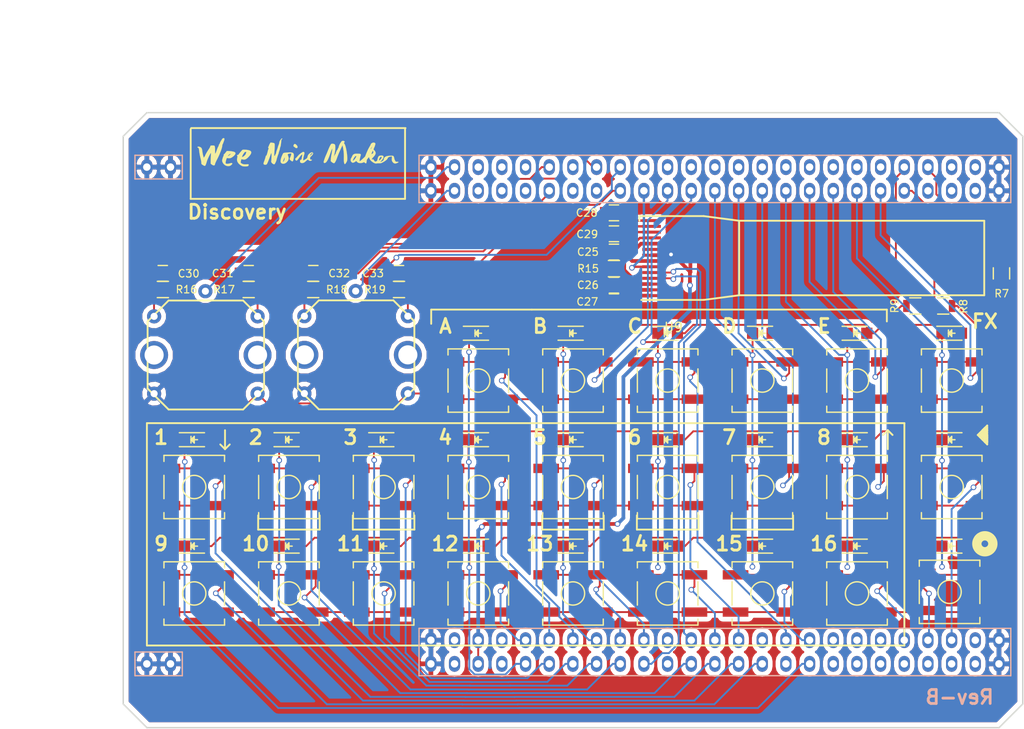
<source format=kicad_pcb>
(kicad_pcb (version 4) (host pcbnew 4.0.5-e0-6337~52~ubuntu16.10.1)
  (title_block (title "Wee Noise Maker - Mk-I") (rev A) (company "Fabien Chouteau"))
  (layers (0 F.Cu signal) (31 B.Cu signal) (34 B.Paste user hide) (35 F.Paste user hide) (36 B.SilkS user) (37 F.SilkS user) (38 B.Mask user) (39 F.Mask user) (44 Edge.Cuts user))
  (net 0 "")
  (net 1 COL1)
  (net 2 ROW1)
  (net 3 ROW2)
  (net 4 ROW3)
  (net 5 COL2)
  (net 6 COL3)
  (net 7 COL4)
  (net 8 COL5)
  (net 9 FX)
  (net 10 Play)
  (net 11 B8)
  (net 12 Write)
  (net 13 B16)
  (net 14 B7)
  (net 15 B6)
  (net 16 B15)
  (net 17 B14)
  (net 18 B5)
  (net 19 Audio_SCL)
  (net 20 B9)
  (net 21 B4)
  (net 22 Audio_SDA)
  (net 23 B13)
  (net 24 B3)
  (net 25 B12)
  (net 26 B11)
  (net 27 B2)
  (net 28 B10)
  (net 29 B1)
  (net 30 GND)
  (net 31 BA)
  (net 32 BB)
  (net 33 BC)
  (net 34 BD)
  (net 35 BE)
  (net 36 3V3)
  (net 37 COL6)
  (net 38 COL7)
  (net 39 COL8)
  (net 40 COL9)
  (net 41 WAKEUP)
  (net 42 "Net-(D1-Pad2)")
  (net 43 "Net-(D10-Pad2)")
  (net 44 "Net-(C26-Pad1)")
  (net 45 "Net-(C27-Pad1)")
  (net 46 "Net-(C28-Pad1)")
  (net 47 "Net-(C28-Pad2)")
  (net 48 "Net-(C29-Pad1)")
  (net 49 "Net-(C29-Pad2)")
  (net 50 "Net-(R15-Pad1)")
  (net 51 ENC_1_SW)
  (net 52 ENC_1_B)
  (net 53 ENC_1_A)
  (net 54 ENC_2_SW)
  (net 55 ENC_2_B)
  (net 56 ENC_2_A)
  (net 57 "Net-(D20-Pad2)")
  (net 58 "Net-(R16-Pad1)")
  (net 59 "Net-(R17-Pad2)")
  (net 60 "Net-(R18-Pad1)")
  (net 61 "Net-(R19-Pad2)")
  (net 62 "Net-(U1-Pad5)")
  (net 63 "Net-(U1-Pad6)")
  (net 64 "Net-(U1-Pad7)")
  (net 65 "Net-(U1-Pad9)")
  (net 66 "Net-(U1-Pad12)")
  (net 67 "Net-(U1-Pad13)")
  (net 68 "Net-(U1-Pad14)")
  (net 69 "Net-(U1-Pad15)")
  (net 70 "Net-(U1-Pad16)")
  (net 71 "Net-(U1-Pad17)")
  (net 72 "Net-(U1-Pad18)")
  (net 73 "Net-(U1-Pad19)")
  (net 74 "Net-(U1-Pad20)")
  (net 75 "Net-(U1-Pad21)")
  (net 76 "Net-(U1-Pad22)")
  (net 77 STM_LED2)
  (net 78 STM_LED4)
  (net 79 "Net-(U1-Pad30)")
  (net 80 "Net-(U1-Pad31)")
  (net 81 "Net-(U1-Pad32)")
  (net 82 "Net-(U1-Pad34)")
  (net 83 I2S_LRCLK)
  (net 84 STM_LED1)
  (net 85 STM_LED3)
  (net 86 "Net-(U1-Pad51)")
  (net 87 "Net-(U1-Pad56)")
  (net 88 "Net-(U1-Pad58)")
  (net 89 "Net-(U1-Pad65)")
  (net 90 USB_Over_Current)
  (net 91 I2S_DIN)
  (net 92 I2S_SCLK)
  (net 93 SWCLK)
  (net 94 "Net-(U1-Pad78)")
  (net 95 "Net-(U1-Pad81)")
  (net 96 "Net-(U1-Pad83)")
  (net 97 "Net-(U1-Pad90)")
  (net 98 Audio_Reset)
  (net 99 "Net-(U1-Pad97)")
  (net 100 "Net-(U1-Pad98)")
  (net 101 "Net-(U1-Pad99)")
  (net 102 SWDIO)
  (net 103 VBUS)
  (net 104 "Net-(U1-Pad102)")
  (net 105 I2S_MCLK)
  (net 106 "Net-(U9-Pad6)")
  (net 107 Screen_NReset)
  (module Capacitors_SMD:C_0805 (layer F.Cu) (at 132.666 89.5 180)
    (fp_text reference C28 (at 2.916 0 360) (layer F.SilkS) (effects (font (size 0.8 0.8) (thickness 0.125))))
    (fp_text value 1uF)
    (pad 1 smd rect (at -1 0 180) (size 1 1.25) (layers F.Cu F.Paste F.Mask) (net 46 "Net-(C28-Pad1)"))
    (pad 2 smd rect (at 1 0 180) (size 1 1.25) (layers F.Cu F.Paste F.Mask) (net 47 "Net-(C28-Pad2)"))
  )
  (module Buttons_Switches_SMD:SW_SPST_B3SL-1002P (layer F.Cu) (at 118.11 130.37)
    (fp_text reference SW12 hide)
    (fp_text value SW_PUSH)
    (pad 1 smd rect (at -2.875 -2) (size 2.75 1) (layers F.Cu F.Paste F.Mask) (net 25 B12))
    (pad 1 smd rect (at 2.875 -2) (size 2.75 1) (layers F.Cu F.Paste F.Mask) (net 25 B12))
    (pad 2 smd rect (at 2.875 2) (size 2.75 1) (layers F.Cu F.Paste F.Mask) (net 41 WAKEUP))
    (pad 2 smd rect (at -2.875 2) (size 2.75 1) (layers F.Cu F.Paste F.Mask) (net 41 WAKEUP))
  )
  (module POSS:STM32F4-DISCO-HEADERS-TH (layer B.Cu) (at 80 94.75 270)
    (fp_text reference U1 hide)
    (fp_text value STM32F4_DISCO_Header)
    (pad 1 thru_hole oval (at -10.16 -2.54 180) (size 1.2 1.7) (drill 0.8) (layers *.Cu *.Mask) (net 30 GND))
    (pad 2 thru_hole oval (at -10.16 -5.08 180) (size 1.2 1.7) (drill 0.8) (layers *.Cu *.Mask) (net 30 GND))
    (pad 3 thru_hole oval (at -10.16 -33.02 180) (size 1.2 1.7) (drill 0.8) (layers *.Cu *.Mask) (net 30 GND))
    (pad 4 thru_hole oval (at -10.16 -35.56 180) (size 1.2 1.7) (drill 0.8) (layers *.Cu *.Mask) (net 51 ENC_1_SW))
    (pad 5 thru_hole oval (at -10.16 -38.1 180) (size 1.2 1.7) (drill 0.8) (layers *.Cu *.Mask) (net 62 "Net-(U1-Pad5)"))
    (pad 6 thru_hole oval (at -10.16 -40.64 180) (size 1.2 1.7) (drill 0.8) (layers *.Cu *.Mask) (net 63 "Net-(U1-Pad6)"))
    (pad 7 thru_hole oval (at -10.16 -43.18 180) (size 1.2 1.7) (drill 0.8) (layers *.Cu *.Mask) (net 64 "Net-(U1-Pad7)"))
    (pad 8 thru_hole oval (at -10.16 -45.72 180) (size 1.2 1.7) (drill 0.8) (layers *.Cu *.Mask) (net 52 ENC_1_B))
    (pad 9 thru_hole oval (at -10.16 -48.26 180) (size 1.2 1.7) (drill 0.8) (layers *.Cu *.Mask) (net 65 "Net-(U1-Pad9)"))
    (pad 10 thru_hole oval (at -10.16 -50.8 180) (size 1.2 1.7) (drill 0.8) (layers *.Cu *.Mask) (net 53 ENC_1_A))
    (pad 11 thru_hole oval (at -10.16 -53.34 180) (size 1.2 1.7) (drill 0.8) (layers *.Cu *.Mask) (net 55 ENC_2_B))
    (pad 12 thru_hole oval (at -10.16 -55.88 180) (size 1.2 1.7) (drill 0.8) (layers *.Cu *.Mask) (net 66 "Net-(U1-Pad12)"))
    (pad 13 thru_hole oval (at -10.16 -58.42 180) (size 1.2 1.7) (drill 0.8) (layers *.Cu *.Mask) (net 67 "Net-(U1-Pad13)"))
    (pad 14 thru_hole oval (at -10.16 -60.96 180) (size 1.2 1.7) (drill 0.8) (layers *.Cu *.Mask) (net 68 "Net-(U1-Pad14)"))
    (pad 15 thru_hole oval (at -10.16 -63.5 180) (size 1.2 1.7) (drill 0.8) (layers *.Cu *.Mask) (net 69 "Net-(U1-Pad15)"))
    (pad 16 thru_hole oval (at -10.16 -66.04 180) (size 1.2 1.7) (drill 0.8) (layers *.Cu *.Mask) (net 70 "Net-(U1-Pad16)"))
    (pad 17 thru_hole oval (at -10.16 -68.58 180) (size 1.2 1.7) (drill 0.8) (layers *.Cu *.Mask) (net 71 "Net-(U1-Pad17)"))
    (pad 18 thru_hole oval (at -10.16 -71.12 180) (size 1.2 1.7) (drill 0.8) (layers *.Cu *.Mask) (net 72 "Net-(U1-Pad18)"))
    (pad 19 thru_hole oval (at -10.16 -73.66 180) (size 1.2 1.7) (drill 0.8) (layers *.Cu *.Mask) (net 73 "Net-(U1-Pad19)"))
    (pad 20 thru_hole oval (at -10.16 -76.2 180) (size 1.2 1.7) (drill 0.8) (layers *.Cu *.Mask) (net 74 "Net-(U1-Pad20)"))
    (pad 21 thru_hole oval (at -10.16 -78.74 180) (size 1.2 1.7) (drill 0.8) (layers *.Cu *.Mask) (net 75 "Net-(U1-Pad21)"))
    (pad 22 thru_hole oval (at -10.16 -81.28 180) (size 1.2 1.7) (drill 0.8) (layers *.Cu *.Mask) (net 76 "Net-(U1-Pad22)"))
    (pad 23 thru_hole oval (at -10.16 -83.82 180) (size 1.2 1.7) (drill 0.8) (layers *.Cu *.Mask) (net 4 ROW3))
    (pad 24 thru_hole oval (at -10.16 -86.36 180) (size 1.2 1.7) (drill 0.8) (layers *.Cu *.Mask) (net 2 ROW1))
    (pad 25 thru_hole oval (at -10.16 -88.9 180) (size 1.2 1.7) (drill 0.8) (layers *.Cu *.Mask) (net 77 STM_LED2))
    (pad 26 thru_hole oval (at -10.16 -91.44 180) (size 1.2 1.7) (drill 0.8) (layers *.Cu *.Mask) (net 78 STM_LED4))
    (pad 27 thru_hole oval (at -10.16 -93.98 180) (size 1.2 1.7) (drill 0.8) (layers *.Cu *.Mask) (net 30 GND))
    (pad 28 thru_hole oval (at -7.62 -33.02 180) (size 1.2 1.7) (drill 0.8) (layers *.Cu *.Mask) (net 30 GND))
    (pad 29 thru_hole oval (at -7.62 -35.56 180) (size 1.2 1.7) (drill 0.8) (layers *.Cu *.Mask) (net 54 ENC_2_SW))
    (pad 30 thru_hole oval (at -7.62 -38.1 180) (size 1.2 1.7) (drill 0.8) (layers *.Cu *.Mask) (net 79 "Net-(U1-Pad30)"))
    (pad 31 thru_hole oval (at -7.62 -40.64 180) (size 1.2 1.7) (drill 0.8) (layers *.Cu *.Mask) (net 80 "Net-(U1-Pad31)"))
    (pad 32 thru_hole oval (at -7.62 -43.18 180) (size 1.2 1.7) (drill 0.8) (layers *.Cu *.Mask) (net 81 "Net-(U1-Pad32)"))
    (pad 33 thru_hole oval (at -7.62 -45.72 180) (size 1.2 1.7) (drill 0.8) (layers *.Cu *.Mask) (net 41 WAKEUP))
    (pad 34 thru_hole oval (at -7.62 -48.26 180) (size 1.2 1.7) (drill 0.8) (layers *.Cu *.Mask) (net 82 "Net-(U1-Pad34)"))
    (pad 35 thru_hole oval (at -7.62 -50.8 180) (size 1.2 1.7) (drill 0.8) (layers *.Cu *.Mask) (net 83 I2S_LRCLK))
    (pad 36 thru_hole oval (at -7.62 -53.34 180) (size 1.2 1.7) (drill 0.8) (layers *.Cu *.Mask) (net 56 ENC_2_A))
    (pad 37 thru_hole oval (at -7.62 -55.88 180) (size 1.2 1.7) (drill 0.8) (layers *.Cu *.Mask) (net 107 Screen_NReset))
    (pad 38 thru_hole oval (at -7.62 -58.42 180) (size 1.2 1.7) (drill 0.8) (layers *.Cu *.Mask) (net 32 BB))
    (pad 39 thru_hole oval (at -7.62 -60.96 180) (size 1.2 1.7) (drill 0.8) (layers *.Cu *.Mask) (net 37 COL6))
    (pad 40 thru_hole oval (at -7.62 -63.5 180) (size 1.2 1.7) (drill 0.8) (layers *.Cu *.Mask) (net 38 COL7))
    (pad 41 thru_hole oval (at -7.62 -66.04 180) (size 1.2 1.7) (drill 0.8) (layers *.Cu *.Mask) (net 34 BD))
    (pad 42 thru_hole oval (at -7.62 -68.58 180) (size 1.2 1.7) (drill 0.8) (layers *.Cu *.Mask) (net 14 B7))
    (pad 43 thru_hole oval (at -7.62 -71.12 180) (size 1.2 1.7) (drill 0.8) (layers *.Cu *.Mask) (net 39 COL8))
    (pad 44 thru_hole oval (at -7.62 -73.66 180) (size 1.2 1.7) (drill 0.8) (layers *.Cu *.Mask) (net 35 BE))
    (pad 45 thru_hole oval (at -7.62 -76.2 180) (size 1.2 1.7) (drill 0.8) (layers *.Cu *.Mask) (net 11 B8))
    (pad 46 thru_hole oval (at -7.62 -78.74 180) (size 1.2 1.7) (drill 0.8) (layers *.Cu *.Mask) (net 40 COL9))
    (pad 47 thru_hole oval (at -7.62 -81.28 180) (size 1.2 1.7) (drill 0.8) (layers *.Cu *.Mask) (net 9 FX))
    (pad 48 thru_hole oval (at -7.62 -83.82 180) (size 1.2 1.7) (drill 0.8) (layers *.Cu *.Mask) (net 3 ROW2))
    (pad 49 thru_hole oval (at -7.62 -86.36 180) (size 1.2 1.7) (drill 0.8) (layers *.Cu *.Mask) (net 84 STM_LED1))
    (pad 50 thru_hole oval (at -7.62 -88.9 180) (size 1.2 1.7) (drill 0.8) (layers *.Cu *.Mask) (net 85 STM_LED3))
    (pad 51 thru_hole oval (at -7.62 -91.44 180) (size 1.2 1.7) (drill 0.8) (layers *.Cu *.Mask) (net 86 "Net-(U1-Pad51)"))
    (pad 52 thru_hole oval (at -7.62 -93.98 180) (size 1.2 1.7) (drill 0.8) (layers *.Cu *.Mask) (net 30 GND))
    (pad 53 thru_hole oval (at 43.18 -2.54 180) (size 1.2 1.7) (drill 0.8) (layers *.Cu *.Mask) (net 30 GND))
    (pad 54 thru_hole oval (at 43.18 -5.08 180) (size 1.2 1.7) (drill 0.8) (layers *.Cu *.Mask) (net 30 GND))
    (pad 55 thru_hole oval (at 40.64 -33.02 180) (size 1.2 1.7) (drill 0.8) (layers *.Cu *.Mask) (net 30 GND))
    (pad 56 thru_hole oval (at 40.64 -35.56 180) (size 1.2 1.7) (drill 0.8) (layers *.Cu *.Mask) (net 87 "Net-(U1-Pad56)"))
    (pad 57 thru_hole oval (at 40.64 -38.1 180) (size 1.2 1.7) (drill 0.8) (layers *.Cu *.Mask) (net 36 3V3))
    (pad 58 thru_hole oval (at 40.64 -40.64 180) (size 1.2 1.7) (drill 0.8) (layers *.Cu *.Mask) (net 88 "Net-(U1-Pad58)"))
    (pad 59 thru_hole oval (at 40.64 -43.18 180) (size 1.2 1.7) (drill 0.8) (layers *.Cu *.Mask) (net 25 B12))
    (pad 60 thru_hole oval (at 40.64 -45.72 180) (size 1.2 1.7) (drill 0.8) (layers *.Cu *.Mask) (net 21 B4))
    (pad 61 thru_hole oval (at 40.64 -48.26 180) (size 1.2 1.7) (drill 0.8) (layers *.Cu *.Mask) (net 31 BA))
    (pad 62 thru_hole oval (at 40.64 -50.8 180) (size 1.2 1.7) (drill 0.8) (layers *.Cu *.Mask) (net 8 COL5))
    (pad 63 thru_hole oval (at 40.64 -53.34 180) (size 1.2 1.7) (drill 0.8) (layers *.Cu *.Mask) (net 23 B13))
    (pad 64 thru_hole oval (at 40.64 -55.88 180) (size 1.2 1.7) (drill 0.8) (layers *.Cu *.Mask) (net 18 B5))
    (pad 65 thru_hole oval (at 40.64 -58.42 180) (size 1.2 1.7) (drill 0.8) (layers *.Cu *.Mask) (net 89 "Net-(U1-Pad65)"))
    (pad 66 thru_hole oval (at 40.64 -60.96 180) (size 1.2 1.7) (drill 0.8) (layers *.Cu *.Mask) (net 19 Audio_SCL))
    (pad 67 thru_hole oval (at 40.64 -63.5 180) (size 1.2 1.7) (drill 0.8) (layers *.Cu *.Mask) (net 17 B14))
    (pad 68 thru_hole oval (at 40.64 -66.04 180) (size 1.2 1.7) (drill 0.8) (layers *.Cu *.Mask) (net 15 B6))
    (pad 69 thru_hole oval (at 40.64 -68.58 180) (size 1.2 1.7) (drill 0.8) (layers *.Cu *.Mask) (net 90 USB_Over_Current))
    (pad 70 thru_hole oval (at 40.64 -71.12 180) (size 1.2 1.7) (drill 0.8) (layers *.Cu *.Mask) (net 33 BC))
    (pad 71 thru_hole oval (at 40.64 -73.66 180) (size 1.2 1.7) (drill 0.8) (layers *.Cu *.Mask) (net 16 B15))
    (pad 72 thru_hole oval (at 40.64 -76.2 180) (size 1.2 1.7) (drill 0.8) (layers *.Cu *.Mask) (net 91 I2S_DIN))
    (pad 73 thru_hole oval (at 40.64 -78.74 180) (size 1.2 1.7) (drill 0.8) (layers *.Cu *.Mask) (net 92 I2S_SCLK))
    (pad 74 thru_hole oval (at 40.64 -81.28 180) (size 1.2 1.7) (drill 0.8) (layers *.Cu *.Mask) (net 93 SWCLK))
    (pad 75 thru_hole oval (at 40.64 -83.82 180) (size 1.2 1.7) (drill 0.8) (layers *.Cu *.Mask) (net 13 B16))
    (pad 76 thru_hole oval (at 40.64 -86.36 180) (size 1.2 1.7) (drill 0.8) (layers *.Cu *.Mask) (net 12 Write))
    (pad 77 thru_hole oval (at 40.64 -88.9 180) (size 1.2 1.7) (drill 0.8) (layers *.Cu *.Mask) (net 10 Play))
    (pad 78 thru_hole oval (at 40.64 -91.44 180) (size 1.2 1.7) (drill 0.8) (layers *.Cu *.Mask) (net 94 "Net-(U1-Pad78)"))
    (pad 79 thru_hole oval (at 40.64 -93.98 180) (size 1.2 1.7) (drill 0.8) (layers *.Cu *.Mask) (net 30 GND))
    (pad 80 thru_hole oval (at 43.18 -33.02 180) (size 1.2 1.7) (drill 0.8) (layers *.Cu *.Mask) (net 30 GND))
    (pad 81 thru_hole oval (at 43.18 -35.56 180) (size 1.2 1.7) (drill 0.8) (layers *.Cu *.Mask) (net 95 "Net-(U1-Pad81)"))
    (pad 82 thru_hole oval (at 43.18 -38.1 180) (size 1.2 1.7) (drill 0.8) (layers *.Cu *.Mask) (net 36 3V3))
    (pad 83 thru_hole oval (at 43.18 -40.64 180) (size 1.2 1.7) (drill 0.8) (layers *.Cu *.Mask) (net 96 "Net-(U1-Pad83)"))
    (pad 84 thru_hole oval (at 43.18 -43.18 180) (size 1.2 1.7) (drill 0.8) (layers *.Cu *.Mask) (net 7 COL4))
    (pad 85 thru_hole oval (at 43.18 -45.72 180) (size 1.2 1.7) (drill 0.8) (layers *.Cu *.Mask) (net 24 B3))
    (pad 86 thru_hole oval (at 43.18 -48.26 180) (size 1.2 1.7) (drill 0.8) (layers *.Cu *.Mask) (net 26 B11))
    (pad 87 thru_hole oval (at 43.18 -50.8 180) (size 1.2 1.7) (drill 0.8) (layers *.Cu *.Mask) (net 6 COL3))
    (pad 88 thru_hole oval (at 43.18 -53.34 180) (size 1.2 1.7) (drill 0.8) (layers *.Cu *.Mask) (net 27 B2))
    (pad 89 thru_hole oval (at 43.18 -55.88 180) (size 1.2 1.7) (drill 0.8) (layers *.Cu *.Mask) (net 22 Audio_SDA))
    (pad 90 thru_hole oval (at 43.18 -58.42 180) (size 1.2 1.7) (drill 0.8) (layers *.Cu *.Mask) (net 97 "Net-(U1-Pad90)"))
    (pad 91 thru_hole oval (at 43.18 -60.96 180) (size 1.2 1.7) (drill 0.8) (layers *.Cu *.Mask) (net 28 B10))
    (pad 92 thru_hole oval (at 43.18 -63.5 180) (size 1.2 1.7) (drill 0.8) (layers *.Cu *.Mask) (net 5 COL2))
    (pad 93 thru_hole oval (at 43.18 -66.04 180) (size 1.2 1.7) (drill 0.8) (layers *.Cu *.Mask) (net 29 B1))
    (pad 94 thru_hole oval (at 43.18 -68.58 180) (size 1.2 1.7) (drill 0.8) (layers *.Cu *.Mask) (net 20 B9))
    (pad 95 thru_hole oval (at 43.18 -71.12 180) (size 1.2 1.7) (drill 0.8) (layers *.Cu *.Mask) (net 98 Audio_Reset))
    (pad 96 thru_hole oval (at 43.18 -73.66 180) (size 1.2 1.7) (drill 0.8) (layers *.Cu *.Mask) (net 1 COL1))
    (pad 97 thru_hole oval (at 43.18 -76.2 180) (size 1.2 1.7) (drill 0.8) (layers *.Cu *.Mask) (net 99 "Net-(U1-Pad97)"))
    (pad 98 thru_hole oval (at 43.18 -78.74 180) (size 1.2 1.7) (drill 0.8) (layers *.Cu *.Mask) (net 100 "Net-(U1-Pad98)"))
    (pad 99 thru_hole oval (at 43.18 -81.28 180) (size 1.2 1.7) (drill 0.8) (layers *.Cu *.Mask) (net 101 "Net-(U1-Pad99)"))
    (pad 100 thru_hole oval (at 43.18 -83.82 180) (size 1.2 1.7) (drill 0.8) (layers *.Cu *.Mask) (net 102 SWDIO))
    (pad 101 thru_hole oval (at 43.18 -86.36 180) (size 1.2 1.7) (drill 0.8) (layers *.Cu *.Mask) (net 103 VBUS))
    (pad 102 thru_hole oval (at 43.18 -88.9 180) (size 1.2 1.7) (drill 0.8) (layers *.Cu *.Mask) (net 104 "Net-(U1-Pad102)"))
    (pad 103 thru_hole oval (at 43.18 -91.44 180) (size 1.2 1.7) (drill 0.8) (layers *.Cu *.Mask) (net 105 I2S_MCLK))
    (pad 104 thru_hole oval (at 43.18 -93.98 180) (size 1.2 1.7) (drill 0.8) (layers *.Cu *.Mask) (net 30 GND))
  )
  (module LEDs:LED_0805 (layer F.Cu) (at 148.59 102.43)
    (fp_text reference D23 hide)
    (fp_text value LED)
    (pad 2 smd rect (at 1.04902 0 180) (size 1.19888 1.19888) (layers F.Cu F.Paste F.Mask) (net 57 "Net-(D20-Pad2)"))
    (pad 1 smd rect (at -1.04902 0 180) (size 1.19888 1.19888) (layers F.Cu F.Paste F.Mask) (net 38 COL7))
  )
  (module LEDs:LED_0805 (layer F.Cu) (at 118.11 125.29)
    (fp_text reference D4 hide)
    (fp_text value LED)
    (pad 2 smd rect (at 1.04902 0 180) (size 1.19888 1.19888) (layers F.Cu F.Paste F.Mask) (net 42 "Net-(D1-Pad2)"))
    (pad 1 smd rect (at -1.04902 0 180) (size 1.19888 1.19888) (layers F.Cu F.Paste F.Mask) (net 7 COL4))
  )
  (module LEDs:LED_0805 (layer F.Cu) (at 97.79 113.86)
    (fp_text reference D11 hide)
    (fp_text value LED)
    (pad 2 smd rect (at 1.04902 0 180) (size 1.19888 1.19888) (layers F.Cu F.Paste F.Mask) (net 43 "Net-(D10-Pad2)"))
    (pad 1 smd rect (at -1.04902 0 180) (size 1.19888 1.19888) (layers F.Cu F.Paste F.Mask) (net 5 COL2))
  )
  (module Capacitors_SMD:C_0805 (layer F.Cu) (at 132.666 97.27 180)
    (fp_text reference C26 (at 2.794 0.013 360) (layer F.SilkS) (effects (font (size 0.8 0.8) (thickness 0.125))))
    (fp_text value 10uF)
    (pad 1 smd rect (at -1 0 180) (size 1 1.25) (layers F.Cu F.Paste F.Mask) (net 44 "Net-(C26-Pad1)"))
    (pad 2 smd rect (at 1 0 180) (size 1 1.25) (layers F.Cu F.Paste F.Mask) (net 30 GND))
  )
  (module Capacitors_SMD:C_0805 (layer F.Cu) (at 132.666 99.048 180)
    (fp_text reference C27 (at 2.8575 0 360) (layer F.SilkS) (effects (font (size 0.8 0.8) (thickness 0.125))))
    (fp_text value 10uF)
    (pad 1 smd rect (at -1 0 180) (size 1 1.25) (layers F.Cu F.Paste F.Mask) (net 45 "Net-(C27-Pad1)"))
    (pad 2 smd rect (at 1 0 180) (size 1 1.25) (layers F.Cu F.Paste F.Mask) (net 30 GND))
  )
  (module LEDs:LED_0805 (layer F.Cu) (at 158.75 102.43)
    (fp_text reference D24 hide)
    (fp_text value LED)
    (pad 2 smd rect (at 1.04902 0 180) (size 1.19888 1.19888) (layers F.Cu F.Paste F.Mask) (net 57 "Net-(D20-Pad2)"))
    (pad 1 smd rect (at -1.04902 0 180) (size 1.19888 1.19888) (layers F.Cu F.Paste F.Mask) (net 39 COL8))
  )
  (module Buttons_Switches_SMD:SW_SPST_B3SL-1002P (layer F.Cu) (at 118.11 118.94)
    (fp_text reference SW4 hide)
    (fp_text value SW_PUSH)
    (pad 1 smd rect (at -2.875 -2) (size 2.75 1) (layers F.Cu F.Paste F.Mask) (net 21 B4))
    (pad 1 smd rect (at 2.875 -2) (size 2.75 1) (layers F.Cu F.Paste F.Mask) (net 21 B4))
    (pad 2 smd rect (at 2.875 2) (size 2.75 1) (layers F.Cu F.Paste F.Mask) (net 41 WAKEUP))
    (pad 2 smd rect (at -2.875 2) (size 2.75 1) (layers F.Cu F.Paste F.Mask) (net 41 WAKEUP))
  )
  (module Buttons_Switches_SMD:SW_SPST_B3SL-1002P (layer F.Cu) (at 87.63 118.94)
    (fp_text reference SW1 hide)
    (fp_text value SW_PUSH)
    (pad 1 smd rect (at -2.875 -2) (size 2.75 1) (layers F.Cu F.Paste F.Mask) (net 29 B1))
    (pad 1 smd rect (at 2.875 -2) (size 2.75 1) (layers F.Cu F.Paste F.Mask) (net 29 B1))
    (pad 2 smd rect (at 2.875 2) (size 2.75 1) (layers F.Cu F.Paste F.Mask) (net 41 WAKEUP))
    (pad 2 smd rect (at -2.875 2) (size 2.75 1) (layers F.Cu F.Paste F.Mask) (net 41 WAKEUP))
  )
  (module LEDs:LED_0805 (layer F.Cu) (at 168.91 102.43)
    (fp_text reference D25 hide)
    (fp_text value LED)
    (pad 2 smd rect (at 1.04902 0 180) (size 1.19888 1.19888) (layers F.Cu F.Paste F.Mask) (net 57 "Net-(D20-Pad2)"))
    (pad 1 smd rect (at -1.04902 0 180) (size 1.19888 1.19888) (layers F.Cu F.Paste F.Mask) (net 40 COL9))
  )
  (module Buttons_Switches_SMD:SW_SPST_B3SL-1002P (layer F.Cu) (at 148.59 118.94)
    (fp_text reference SW7 hide)
    (fp_text value SW_PUSH)
    (pad 1 smd rect (at -2.875 -2) (size 2.75 1) (layers F.Cu F.Paste F.Mask) (net 14 B7))
    (pad 1 smd rect (at 2.875 -2) (size 2.75 1) (layers F.Cu F.Paste F.Mask) (net 14 B7))
    (pad 2 smd rect (at 2.875 2) (size 2.75 1) (layers F.Cu F.Paste F.Mask) (net 41 WAKEUP))
    (pad 2 smd rect (at -2.875 2) (size 2.75 1) (layers F.Cu F.Paste F.Mask) (net 41 WAKEUP))
  )
  (module Buttons_Switches_SMD:SW_SPST_B3SL-1002P (layer F.Cu) (at 158.75 118.94)
    (fp_text reference SW8 hide)
    (fp_text value SW_PUSH)
    (pad 1 smd rect (at -2.875 -2) (size 2.75 1) (layers F.Cu F.Paste F.Mask) (net 11 B8))
    (pad 1 smd rect (at 2.875 -2) (size 2.75 1) (layers F.Cu F.Paste F.Mask) (net 11 B8))
    (pad 2 smd rect (at 2.875 2) (size 2.75 1) (layers F.Cu F.Paste F.Mask) (net 41 WAKEUP))
    (pad 2 smd rect (at -2.875 2) (size 2.75 1) (layers F.Cu F.Paste F.Mask) (net 41 WAKEUP))
  )
  (module Buttons_Switches_SMD:SW_SPST_B3SL-1002P (layer F.Cu) (at 97.79 118.94)
    (fp_text reference SW2 hide)
    (fp_text value SW_PUSH)
    (pad 1 smd rect (at -2.875 -2) (size 2.75 1) (layers F.Cu F.Paste F.Mask) (net 27 B2))
    (pad 1 smd rect (at 2.875 -2) (size 2.75 1) (layers F.Cu F.Paste F.Mask) (net 27 B2))
    (pad 2 smd rect (at 2.875 2) (size 2.75 1) (layers F.Cu F.Paste F.Mask) (net 41 WAKEUP))
    (pad 2 smd rect (at -2.875 2) (size 2.75 1) (layers F.Cu F.Paste F.Mask) (net 41 WAKEUP))
  )
  (module Buttons_Switches_SMD:SW_SPST_B3SL-1002P (layer F.Cu) (at 107.95 118.94)
    (fp_text reference SW3 hide)
    (fp_text value SW_PUSH)
    (pad 1 smd rect (at -2.875 -2) (size 2.75 1) (layers F.Cu F.Paste F.Mask) (net 24 B3))
    (pad 1 smd rect (at 2.875 -2) (size 2.75 1) (layers F.Cu F.Paste F.Mask) (net 24 B3))
    (pad 2 smd rect (at 2.875 2) (size 2.75 1) (layers F.Cu F.Paste F.Mask) (net 41 WAKEUP))
    (pad 2 smd rect (at -2.875 2) (size 2.75 1) (layers F.Cu F.Paste F.Mask) (net 41 WAKEUP))
  )
  (module Buttons_Switches_SMD:SW_SPST_B3SL-1002P (layer F.Cu) (at 128.27 118.94)
    (fp_text reference SW5 hide)
    (fp_text value SW_PUSH)
    (pad 1 smd rect (at -2.875 -2) (size 2.75 1) (layers F.Cu F.Paste F.Mask) (net 18 B5))
    (pad 1 smd rect (at 2.875 -2) (size 2.75 1) (layers F.Cu F.Paste F.Mask) (net 18 B5))
    (pad 2 smd rect (at 2.875 2) (size 2.75 1) (layers F.Cu F.Paste F.Mask) (net 41 WAKEUP))
    (pad 2 smd rect (at -2.875 2) (size 2.75 1) (layers F.Cu F.Paste F.Mask) (net 41 WAKEUP))
  )
  (module Buttons_Switches_SMD:SW_SPST_B3SL-1002P (layer F.Cu) (at 138.43 118.94)
    (fp_text reference SW6 hide)
    (fp_text value SW_PUSH)
    (pad 1 smd rect (at -2.875 -2) (size 2.75 1) (layers F.Cu F.Paste F.Mask) (net 15 B6))
    (pad 1 smd rect (at 2.875 -2) (size 2.75 1) (layers F.Cu F.Paste F.Mask) (net 15 B6))
    (pad 2 smd rect (at 2.875 2) (size 2.75 1) (layers F.Cu F.Paste F.Mask) (net 41 WAKEUP))
    (pad 2 smd rect (at -2.875 2) (size 2.75 1) (layers F.Cu F.Paste F.Mask) (net 41 WAKEUP))
  )
  (module Buttons_Switches_SMD:SW_SPST_B3SL-1002P (layer F.Cu) (at 87.63 130.37)
    (fp_text reference SW9 hide)
    (fp_text value SW_PUSH)
    (pad 1 smd rect (at -2.875 -2) (size 2.75 1) (layers F.Cu F.Paste F.Mask) (net 20 B9))
    (pad 1 smd rect (at 2.875 -2) (size 2.75 1) (layers F.Cu F.Paste F.Mask) (net 20 B9))
    (pad 2 smd rect (at 2.875 2) (size 2.75 1) (layers F.Cu F.Paste F.Mask) (net 41 WAKEUP))
    (pad 2 smd rect (at -2.875 2) (size 2.75 1) (layers F.Cu F.Paste F.Mask) (net 41 WAKEUP))
  )
  (module Buttons_Switches_SMD:SW_SPST_B3SL-1002P (layer F.Cu) (at 97.79 130.37)
    (fp_text reference SW10 hide)
    (fp_text value SW_PUSH)
    (pad 1 smd rect (at -2.875 -2) (size 2.75 1) (layers F.Cu F.Paste F.Mask) (net 28 B10))
    (pad 1 smd rect (at 2.875 -2) (size 2.75 1) (layers F.Cu F.Paste F.Mask) (net 28 B10))
    (pad 2 smd rect (at 2.875 2) (size 2.75 1) (layers F.Cu F.Paste F.Mask) (net 41 WAKEUP))
    (pad 2 smd rect (at -2.875 2) (size 2.75 1) (layers F.Cu F.Paste F.Mask) (net 41 WAKEUP))
  )
  (module Buttons_Switches_SMD:SW_SPST_B3SL-1002P (layer F.Cu) (at 107.95 130.37)
    (fp_text reference SW11 hide)
    (fp_text value SW_PUSH)
    (pad 1 smd rect (at -2.875 -2) (size 2.75 1) (layers F.Cu F.Paste F.Mask) (net 26 B11))
    (pad 1 smd rect (at 2.875 -2) (size 2.75 1) (layers F.Cu F.Paste F.Mask) (net 26 B11))
    (pad 2 smd rect (at 2.875 2) (size 2.75 1) (layers F.Cu F.Paste F.Mask) (net 41 WAKEUP))
    (pad 2 smd rect (at -2.875 2) (size 2.75 1) (layers F.Cu F.Paste F.Mask) (net 41 WAKEUP))
  )
  (module Buttons_Switches_SMD:SW_SPST_B3SL-1002P (layer F.Cu) (at 128.27 130.37)
    (fp_text reference SW13 hide)
    (fp_text value SW_PUSH)
    (pad 1 smd rect (at -2.875 -2) (size 2.75 1) (layers F.Cu F.Paste F.Mask) (net 23 B13))
    (pad 1 smd rect (at 2.875 -2) (size 2.75 1) (layers F.Cu F.Paste F.Mask) (net 23 B13))
    (pad 2 smd rect (at 2.875 2) (size 2.75 1) (layers F.Cu F.Paste F.Mask) (net 41 WAKEUP))
    (pad 2 smd rect (at -2.875 2) (size 2.75 1) (layers F.Cu F.Paste F.Mask) (net 41 WAKEUP))
  )
  (module Buttons_Switches_SMD:SW_SPST_B3SL-1002P (layer F.Cu) (at 138.43 130.37)
    (fp_text reference SW14 hide)
    (fp_text value SW_PUSH)
    (pad 1 smd rect (at -2.875 -2) (size 2.75 1) (layers F.Cu F.Paste F.Mask) (net 17 B14))
    (pad 1 smd rect (at 2.875 -2) (size 2.75 1) (layers F.Cu F.Paste F.Mask) (net 17 B14))
    (pad 2 smd rect (at 2.875 2) (size 2.75 1) (layers F.Cu F.Paste F.Mask) (net 41 WAKEUP))
    (pad 2 smd rect (at -2.875 2) (size 2.75 1) (layers F.Cu F.Paste F.Mask) (net 41 WAKEUP))
  )
  (module Buttons_Switches_SMD:SW_SPST_B3SL-1002P (layer F.Cu) (at 148.59 130.37)
    (fp_text reference SW15 hide)
    (fp_text value SW_PUSH)
    (pad 1 smd rect (at -2.875 -2) (size 2.75 1) (layers F.Cu F.Paste F.Mask) (net 16 B15))
    (pad 1 smd rect (at 2.875 -2) (size 2.75 1) (layers F.Cu F.Paste F.Mask) (net 16 B15))
    (pad 2 smd rect (at 2.875 2) (size 2.75 1) (layers F.Cu F.Paste F.Mask) (net 41 WAKEUP))
    (pad 2 smd rect (at -2.875 2) (size 2.75 1) (layers F.Cu F.Paste F.Mask) (net 41 WAKEUP))
  )
  (module Buttons_Switches_SMD:SW_SPST_B3SL-1002P (layer F.Cu) (at 158.75 130.37)
    (fp_text reference SW16 hide)
    (fp_text value SW_PUSH)
    (pad 1 smd rect (at -2.875 -2) (size 2.75 1) (layers F.Cu F.Paste F.Mask) (net 13 B16))
    (pad 1 smd rect (at 2.875 -2) (size 2.75 1) (layers F.Cu F.Paste F.Mask) (net 13 B16))
    (pad 2 smd rect (at 2.875 2) (size 2.75 1) (layers F.Cu F.Paste F.Mask) (net 41 WAKEUP))
    (pad 2 smd rect (at -2.875 2) (size 2.75 1) (layers F.Cu F.Paste F.Mask) (net 41 WAKEUP))
  )
  (module Buttons_Switches_SMD:SW_SPST_B3SL-1002P (layer F.Cu) (at 168.91 118.94)
    (fp_text reference Play1 hide)
    (fp_text value SW_PUSH)
    (pad 1 smd rect (at -2.875 -2) (size 2.75 1) (layers F.Cu F.Paste F.Mask) (net 10 Play))
    (pad 1 smd rect (at 2.875 -2) (size 2.75 1) (layers F.Cu F.Paste F.Mask) (net 10 Play))
    (pad 2 smd rect (at 2.875 2) (size 2.75 1) (layers F.Cu F.Paste F.Mask) (net 41 WAKEUP))
    (pad 2 smd rect (at -2.875 2) (size 2.75 1) (layers F.Cu F.Paste F.Mask) (net 41 WAKEUP))
  )
  (module Buttons_Switches_SMD:SW_SPST_B3SL-1002P (layer F.Cu) (at 168.6814 130.2004)
    (fp_text reference Write1 hide)
    (fp_text value SW_PUSH)
    (pad 1 smd rect (at -2.875 -2) (size 2.75 1) (layers F.Cu F.Paste F.Mask) (net 12 Write))
    (pad 1 smd rect (at 2.875 -2) (size 2.75 1) (layers F.Cu F.Paste F.Mask) (net 12 Write))
    (pad 2 smd rect (at 2.875 2) (size 2.75 1) (layers F.Cu F.Paste F.Mask) (net 41 WAKEUP))
    (pad 2 smd rect (at -2.875 2) (size 2.75 1) (layers F.Cu F.Paste F.Mask) (net 41 WAKEUP))
  )
  (module Buttons_Switches_SMD:SW_SPST_B3SL-1002P (layer F.Cu) (at 168.91 107.51)
    (fp_text reference Play2 hide)
    (fp_text value SW_PUSH)
    (pad 1 smd rect (at -2.875 -2) (size 2.75 1) (layers F.Cu F.Paste F.Mask) (net 9 FX))
    (pad 1 smd rect (at 2.875 -2) (size 2.75 1) (layers F.Cu F.Paste F.Mask) (net 9 FX))
    (pad 2 smd rect (at 2.875 2) (size 2.75 1) (layers F.Cu F.Paste F.Mask) (net 41 WAKEUP))
    (pad 2 smd rect (at -2.875 2) (size 2.75 1) (layers F.Cu F.Paste F.Mask) (net 41 WAKEUP))
  )
  (module Buttons_Switches_SMD:SW_SPST_B3SL-1002P (layer F.Cu) (at 118.11 107.51)
    (fp_text reference SW18 hide)
    (fp_text value SW_PUSH)
    (pad 1 smd rect (at -2.875 -2) (size 2.75 1) (layers F.Cu F.Paste F.Mask) (net 31 BA))
    (pad 1 smd rect (at 2.875 -2) (size 2.75 1) (layers F.Cu F.Paste F.Mask) (net 31 BA))
    (pad 2 smd rect (at 2.875 2) (size 2.75 1) (layers F.Cu F.Paste F.Mask) (net 41 WAKEUP))
    (pad 2 smd rect (at -2.875 2) (size 2.75 1) (layers F.Cu F.Paste F.Mask) (net 41 WAKEUP))
  )
  (module Buttons_Switches_SMD:SW_SPST_B3SL-1002P (layer F.Cu) (at 128.27 107.51)
    (fp_text reference SW19 hide)
    (fp_text value SW_PUSH)
    (pad 1 smd rect (at -2.875 -2) (size 2.75 1) (layers F.Cu F.Paste F.Mask) (net 32 BB))
    (pad 1 smd rect (at 2.875 -2) (size 2.75 1) (layers F.Cu F.Paste F.Mask) (net 32 BB))
    (pad 2 smd rect (at 2.875 2) (size 2.75 1) (layers F.Cu F.Paste F.Mask) (net 41 WAKEUP))
    (pad 2 smd rect (at -2.875 2) (size 2.75 1) (layers F.Cu F.Paste F.Mask) (net 41 WAKEUP))
  )
  (module Buttons_Switches_SMD:SW_SPST_B3SL-1002P (layer F.Cu) (at 138.43 107.51)
    (fp_text reference SW20 hide)
    (fp_text value SW_PUSH)
    (pad 1 smd rect (at -2.875 -2) (size 2.75 1) (layers F.Cu F.Paste F.Mask) (net 33 BC))
    (pad 1 smd rect (at 2.875 -2) (size 2.75 1) (layers F.Cu F.Paste F.Mask) (net 33 BC))
    (pad 2 smd rect (at 2.875 2) (size 2.75 1) (layers F.Cu F.Paste F.Mask) (net 41 WAKEUP))
    (pad 2 smd rect (at -2.875 2) (size 2.75 1) (layers F.Cu F.Paste F.Mask) (net 41 WAKEUP))
  )
  (module Buttons_Switches_SMD:SW_SPST_B3SL-1002P (layer F.Cu) (at 148.59 107.51)
    (fp_text reference SW21 hide)
    (fp_text value SW_PUSH)
    (pad 1 smd rect (at -2.875 -2) (size 2.75 1) (layers F.Cu F.Paste F.Mask) (net 34 BD))
    (pad 1 smd rect (at 2.875 -2) (size 2.75 1) (layers F.Cu F.Paste F.Mask) (net 34 BD))
    (pad 2 smd rect (at 2.875 2) (size 2.75 1) (layers F.Cu F.Paste F.Mask) (net 41 WAKEUP))
    (pad 2 smd rect (at -2.875 2) (size 2.75 1) (layers F.Cu F.Paste F.Mask) (net 41 WAKEUP))
  )
  (module Buttons_Switches_SMD:SW_SPST_B3SL-1002P (layer F.Cu) (at 158.75 107.51)
    (fp_text reference SW22 hide)
    (fp_text value SW_PUSH)
    (pad 1 smd rect (at -2.875 -2) (size 2.75 1) (layers F.Cu F.Paste F.Mask) (net 35 BE))
    (pad 1 smd rect (at 2.875 -2) (size 2.75 1) (layers F.Cu F.Paste F.Mask) (net 35 BE))
    (pad 2 smd rect (at 2.875 2) (size 2.75 1) (layers F.Cu F.Paste F.Mask) (net 41 WAKEUP))
    (pad 2 smd rect (at -2.875 2) (size 2.75 1) (layers F.Cu F.Paste F.Mask) (net 41 WAKEUP))
  )
  (module LEDs:LED_0805 (layer F.Cu) (at 87.63 125.29)
    (fp_text reference D1 hide)
    (fp_text value LED)
    (pad 2 smd rect (at 1.04902 0 180) (size 1.19888 1.19888) (layers F.Cu F.Paste F.Mask) (net 42 "Net-(D1-Pad2)"))
    (pad 1 smd rect (at -1.04902 0 180) (size 1.19888 1.19888) (layers F.Cu F.Paste F.Mask) (net 1 COL1))
  )
  (module LEDs:LED_0805 (layer F.Cu) (at 97.79 125.29)
    (fp_text reference D2 hide)
    (fp_text value LED)
    (pad 2 smd rect (at 1.04902 0 180) (size 1.19888 1.19888) (layers F.Cu F.Paste F.Mask) (net 42 "Net-(D1-Pad2)"))
    (pad 1 smd rect (at -1.04902 0 180) (size 1.19888 1.19888) (layers F.Cu F.Paste F.Mask) (net 5 COL2))
  )
  (module LEDs:LED_0805 (layer F.Cu) (at 107.95 125.29)
    (fp_text reference D3 hide)
    (fp_text value LED)
    (pad 2 smd rect (at 1.04902 0 180) (size 1.19888 1.19888) (layers F.Cu F.Paste F.Mask) (net 42 "Net-(D1-Pad2)"))
    (pad 1 smd rect (at -1.04902 0 180) (size 1.19888 1.19888) (layers F.Cu F.Paste F.Mask) (net 6 COL3))
  )
  (module LEDs:LED_0805 (layer F.Cu) (at 128.27 125.29)
    (fp_text reference D5 hide)
    (fp_text value LED)
    (pad 2 smd rect (at 1.04902 0 180) (size 1.19888 1.19888) (layers F.Cu F.Paste F.Mask) (net 42 "Net-(D1-Pad2)"))
    (pad 1 smd rect (at -1.04902 0 180) (size 1.19888 1.19888) (layers F.Cu F.Paste F.Mask) (net 8 COL5))
  )
  (module LEDs:LED_0805 (layer F.Cu) (at 138.43 125.29)
    (fp_text reference D6 hide)
    (fp_text value LED)
    (pad 2 smd rect (at 1.04902 0 180) (size 1.19888 1.19888) (layers F.Cu F.Paste F.Mask) (net 42 "Net-(D1-Pad2)"))
    (pad 1 smd rect (at -1.04902 0 180) (size 1.19888 1.19888) (layers F.Cu F.Paste F.Mask) (net 37 COL6))
  )
  (module LEDs:LED_0805 (layer F.Cu) (at 148.59 125.29)
    (fp_text reference D7 hide)
    (fp_text value LED)
    (pad 2 smd rect (at 1.04902 0 180) (size 1.19888 1.19888) (layers F.Cu F.Paste F.Mask) (net 42 "Net-(D1-Pad2)"))
    (pad 1 smd rect (at -1.04902 0 180) (size 1.19888 1.19888) (layers F.Cu F.Paste F.Mask) (net 38 COL7))
  )
  (module LEDs:LED_0805 (layer F.Cu) (at 158.75 125.29)
    (fp_text reference D8 hide)
    (fp_text value LED)
    (pad 2 smd rect (at 1.04902 0 180) (size 1.19888 1.19888) (layers F.Cu F.Paste F.Mask) (net 42 "Net-(D1-Pad2)"))
    (pad 1 smd rect (at -1.04902 0 180) (size 1.19888 1.19888) (layers F.Cu F.Paste F.Mask) (net 39 COL8))
  )
  (module LEDs:LED_0805 (layer F.Cu) (at 168.91 125.29)
    (fp_text reference D9 hide)
    (fp_text value LED)
    (pad 2 smd rect (at 1.04902 0 180) (size 1.19888 1.19888) (layers F.Cu F.Paste F.Mask) (net 42 "Net-(D1-Pad2)"))
    (pad 1 smd rect (at -1.04902 0 180) (size 1.19888 1.19888) (layers F.Cu F.Paste F.Mask) (net 40 COL9))
  )
  (module LEDs:LED_0805 (layer F.Cu) (at 87.63 113.86)
    (fp_text reference D10 hide)
    (fp_text value LED)
    (pad 2 smd rect (at 1.04902 0 180) (size 1.19888 1.19888) (layers F.Cu F.Paste F.Mask) (net 43 "Net-(D10-Pad2)"))
    (pad 1 smd rect (at -1.04902 0 180) (size 1.19888 1.19888) (layers F.Cu F.Paste F.Mask) (net 1 COL1))
  )
  (module LEDs:LED_0805 (layer F.Cu) (at 107.95 113.86)
    (fp_text reference D12 hide)
    (fp_text value LED)
    (pad 2 smd rect (at 1.04902 0 180) (size 1.19888 1.19888) (layers F.Cu F.Paste F.Mask) (net 43 "Net-(D10-Pad2)"))
    (pad 1 smd rect (at -1.04902 0 180) (size 1.19888 1.19888) (layers F.Cu F.Paste F.Mask) (net 6 COL3))
  )
  (module LEDs:LED_0805 (layer F.Cu) (at 118.11 113.86)
    (fp_text reference D13 hide)
    (fp_text value LED)
    (pad 2 smd rect (at 1.04902 0 180) (size 1.19888 1.19888) (layers F.Cu F.Paste F.Mask) (net 43 "Net-(D10-Pad2)"))
    (pad 1 smd rect (at -1.04902 0 180) (size 1.19888 1.19888) (layers F.Cu F.Paste F.Mask) (net 7 COL4))
  )
  (module LEDs:LED_0805 (layer F.Cu) (at 128.27 113.86)
    (fp_text reference D14 hide)
    (fp_text value LED)
    (pad 2 smd rect (at 1.04902 0 180) (size 1.19888 1.19888) (layers F.Cu F.Paste F.Mask) (net 43 "Net-(D10-Pad2)"))
    (pad 1 smd rect (at -1.04902 0 180) (size 1.19888 1.19888) (layers F.Cu F.Paste F.Mask) (net 8 COL5))
  )
  (module LEDs:LED_0805 (layer F.Cu) (at 138.43 113.86)
    (fp_text reference D15 hide)
    (fp_text value LED)
    (pad 2 smd rect (at 1.04902 0 180) (size 1.19888 1.19888) (layers F.Cu F.Paste F.Mask) (net 43 "Net-(D10-Pad2)"))
    (pad 1 smd rect (at -1.04902 0 180) (size 1.19888 1.19888) (layers F.Cu F.Paste F.Mask) (net 37 COL6))
  )
  (module LEDs:LED_0805 (layer F.Cu) (at 148.59 113.86)
    (fp_text reference D16 hide)
    (fp_text value LED)
    (pad 2 smd rect (at 1.04902 0 180) (size 1.19888 1.19888) (layers F.Cu F.Paste F.Mask) (net 43 "Net-(D10-Pad2)"))
    (pad 1 smd rect (at -1.04902 0 180) (size 1.19888 1.19888) (layers F.Cu F.Paste F.Mask) (net 38 COL7))
  )
  (module LEDs:LED_0805 (layer F.Cu) (at 158.75 113.86)
    (fp_text reference D17 hide)
    (fp_text value LED)
    (pad 2 smd rect (at 1.04902 0 180) (size 1.19888 1.19888) (layers F.Cu F.Paste F.Mask) (net 43 "Net-(D10-Pad2)"))
    (pad 1 smd rect (at -1.04902 0 180) (size 1.19888 1.19888) (layers F.Cu F.Paste F.Mask) (net 39 COL8))
  )
  (module LEDs:LED_0805 (layer F.Cu) (at 168.91 113.86)
    (fp_text reference D18 hide)
    (fp_text value LED)
    (pad 2 smd rect (at 1.04902 0 180) (size 1.19888 1.19888) (layers F.Cu F.Paste F.Mask) (net 43 "Net-(D10-Pad2)"))
    (pad 1 smd rect (at -1.04902 0 180) (size 1.19888 1.19888) (layers F.Cu F.Paste F.Mask) (net 40 COL9))
  )
  (module LEDs:LED_0805 (layer F.Cu) (at 118.11 102.43)
    (fp_text reference D20 hide)
    (fp_text value LED)
    (pad 2 smd rect (at 1.04902 0 180) (size 1.19888 1.19888) (layers F.Cu F.Paste F.Mask) (net 57 "Net-(D20-Pad2)"))
    (pad 1 smd rect (at -1.04902 0 180) (size 1.19888 1.19888) (layers F.Cu F.Paste F.Mask) (net 7 COL4))
  )
  (module LEDs:LED_0805 (layer F.Cu) (at 128.27 102.43)
    (fp_text reference D21 hide)
    (fp_text value LED)
    (pad 2 smd rect (at 1.04902 0 180) (size 1.19888 1.19888) (layers F.Cu F.Paste F.Mask) (net 57 "Net-(D20-Pad2)"))
    (pad 1 smd rect (at -1.04902 0 180) (size 1.19888 1.19888) (layers F.Cu F.Paste F.Mask) (net 8 COL5))
  )
  (module LEDs:LED_0805 (layer F.Cu) (at 138.43 102.43)
    (fp_text reference D22 hide)
    (fp_text value LED)
    (pad 2 smd rect (at 1.04902 0 180) (size 1.19888 1.19888) (layers F.Cu F.Paste F.Mask) (net 57 "Net-(D20-Pad2)"))
    (pad 1 smd rect (at -1.04902 0 180) (size 1.19888 1.19888) (layers F.Cu F.Paste F.Mask) (net 37 COL6))
  )
  (module Resistors_SMD:R_0805 (layer F.Cu) (at 174.25 96 270)
    (fp_text reference R7 (at 2.1717 -0.02286 360) (layer F.SilkS) (effects (font (size 0.8 0.8) (thickness 0.125))))
    (fp_text value R)
    (pad 1 smd rect (at -0.95 0 270) (size 0.7 1.3) (layers F.Cu F.Paste F.Mask) (net 2 ROW1))
    (pad 2 smd rect (at 0.95 0 270) (size 0.7 1.3) (layers F.Cu F.Paste F.Mask) (net 42 "Net-(D1-Pad2)"))
  )
  (module Resistors_SMD:R_0805 (layer F.Cu) (at 168 99.5)
    (fp_text reference R8 (at 2.17678 0.04572 90) (layer F.SilkS) (effects (font (size 0.8 0.8) (thickness 0.125))))
    (fp_text value R)
    (pad 1 smd rect (at -0.95 0) (size 0.7 1.3) (layers F.Cu F.Paste F.Mask) (net 3 ROW2))
    (pad 2 smd rect (at 0.95 0) (size 0.7 1.3) (layers F.Cu F.Paste F.Mask) (net 43 "Net-(D10-Pad2)"))
  )
  (module Resistors_SMD:R_0805 (layer F.Cu) (at 165 99.5 180)
    (fp_text reference R9 (at 2.20218 0.00762 270) (layer F.SilkS) (effects (font (size 0.8 0.8) (thickness 0.125))))
    (fp_text value R)
    (pad 1 smd rect (at -0.95 0 180) (size 0.7 1.3) (layers F.Cu F.Paste F.Mask) (net 4 ROW3))
    (pad 2 smd rect (at 0.95 0 180) (size 0.7 1.3) (layers F.Cu F.Paste F.Mask) (net 57 "Net-(D20-Pad2)"))
  )
  (module Capacitors_SMD:C_0805 (layer F.Cu) (at 132.666 93.714 180)
    (fp_text reference C25 (at 2.794 0.0127 360) (layer F.SilkS) (effects (font (size 0.8 0.8) (thickness 0.125))))
    (fp_text value 10uF)
    (pad 1 smd rect (at -1 0 180) (size 1 1.25) (layers F.Cu F.Paste F.Mask) (net 36 3V3))
    (pad 2 smd rect (at 1 0 180) (size 1 1.25) (layers F.Cu F.Paste F.Mask) (net 30 GND))
  )
  (module Capacitors_SMD:C_0805 (layer F.Cu) (at 132.666 91.75 180)
    (fp_text reference C29 (at 2.866 -0.05 360) (layer F.SilkS) (effects (font (size 0.8 0.8) (thickness 0.125))))
    (fp_text value 1uF)
    (pad 1 smd rect (at -1 0 180) (size 1 1.25) (layers F.Cu F.Paste F.Mask) (net 48 "Net-(C29-Pad1)"))
    (pad 2 smd rect (at 1 0 180) (size 1 1.25) (layers F.Cu F.Paste F.Mask) (net 49 "Net-(C29-Pad2)"))
  )
  (module Resistors_SMD:R_0805 (layer F.Cu) (at 132.666 95.492 180)
    (fp_text reference R15 (at 2.7686 0 360) (layer F.SilkS) (effects (font (size 0.8 0.8) (thickness 0.125))))
    (fp_text value R)
    (pad 1 smd rect (at -0.95 0 180) (size 0.7 1.3) (layers F.Cu F.Paste F.Mask) (net 50 "Net-(R15-Pad1)"))
    (pad 2 smd rect (at 0.95 0 180) (size 0.7 1.3) (layers F.Cu F.Paste F.Mask) (net 30 GND))
  )
  (module Capacitors_SMD:C_0805 (layer F.Cu) (at 84.2518 96.0038 180)
    (fp_text reference C30 (at -2.7813 -0.0254 360) (layer F.SilkS) (effects (font (size 0.8 0.8) (thickness 0.125))))
    (fp_text value 0,1uF)
    (pad 1 smd rect (at -1 0 180) (size 1 1.25) (layers F.Cu F.Paste F.Mask) (net 53 ENC_1_A))
    (pad 2 smd rect (at 1 0 180) (size 1 1.25) (layers F.Cu F.Paste F.Mask) (net 30 GND))
  )
  (module Capacitors_SMD:C_0805 (layer F.Cu) (at 93.472 96.0038)
    (fp_text reference C31 (at -2.7813 0 180) (layer F.SilkS) (effects (font (size 0.8 0.8) (thickness 0.125))))
    (fp_text value 0,1uF)
    (pad 1 smd rect (at -1 0) (size 1 1.25) (layers F.Cu F.Paste F.Mask) (net 52 ENC_1_B))
    (pad 2 smd rect (at 1 0) (size 1 1.25) (layers F.Cu F.Paste F.Mask) (net 30 GND))
  )
  (module Capacitors_SMD:C_0805 (layer F.Cu) (at 100.4062 96.0038 180)
    (fp_text reference C32 (at -2.7813 0 360) (layer F.SilkS) (effects (font (size 0.8 0.8) (thickness 0.125))))
    (fp_text value 0,1uF)
    (pad 1 smd rect (at -1 0 180) (size 1 1.25) (layers F.Cu F.Paste F.Mask) (net 56 ENC_2_A))
    (pad 2 smd rect (at 1 0 180) (size 1 1.25) (layers F.Cu F.Paste F.Mask) (net 30 GND))
  )
  (module Capacitors_SMD:C_0805 (layer F.Cu) (at 109.601 96.0038)
    (fp_text reference C33 (at -2.7813 0 180) (layer F.SilkS) (effects (font (size 0.8 0.8) (thickness 0.125))))
    (fp_text value 0,1uF)
    (pad 1 smd rect (at -1 0) (size 1 1.25) (layers F.Cu F.Paste F.Mask) (net 55 ENC_2_B))
    (pad 2 smd rect (at 1 0) (size 1 1.25) (layers F.Cu F.Paste F.Mask) (net 30 GND))
  )
  (module Resistors_SMD:R_0805 (layer F.Cu) (at 84.2645 97.731)
    (fp_text reference R16 (at 2.54 0 180) (layer F.SilkS) (effects (font (size 0.8 0.8) (thickness 0.125))))
    (fp_text value 27K)
    (pad 1 smd rect (at -0.95 0) (size 0.7 1.3) (layers F.Cu F.Paste F.Mask) (net 58 "Net-(R16-Pad1)"))
    (pad 2 smd rect (at 0.95 0) (size 0.7 1.3) (layers F.Cu F.Paste F.Mask) (net 53 ENC_1_A))
  )
  (module Resistors_SMD:R_0805 (layer F.Cu) (at 93.472 97.731)
    (fp_text reference R17 (at -2.6416 0 180) (layer F.SilkS) (effects (font (size 0.8 0.8) (thickness 0.125))))
    (fp_text value 27K)
    (pad 1 smd rect (at -0.95 0) (size 0.7 1.3) (layers F.Cu F.Paste F.Mask) (net 52 ENC_1_B))
    (pad 2 smd rect (at 0.95 0) (size 0.7 1.3) (layers F.Cu F.Paste F.Mask) (net 59 "Net-(R17-Pad2)"))
  )
  (module Resistors_SMD:R_0805 (layer F.Cu) (at 100.3935 97.731)
    (fp_text reference R18 (at 2.54 0 180) (layer F.SilkS) (effects (font (size 0.8 0.8) (thickness 0.125))))
    (fp_text value 27K)
    (pad 1 smd rect (at -0.95 0) (size 0.7 1.3) (layers F.Cu F.Paste F.Mask) (net 60 "Net-(R18-Pad1)"))
    (pad 2 smd rect (at 0.95 0) (size 0.7 1.3) (layers F.Cu F.Paste F.Mask) (net 56 ENC_2_A))
  )
  (module Resistors_SMD:R_0805 (layer F.Cu) (at 109.601 97.731)
    (fp_text reference R19 (at -2.5781 0 180) (layer F.SilkS) (effects (font (size 0.8 0.8) (thickness 0.125))))
    (fp_text value 27K)
    (pad 1 smd rect (at -0.95 0) (size 0.7 1.3) (layers F.Cu F.Paste F.Mask) (net 55 ENC_2_B))
    (pad 2 smd rect (at 0.95 0) (size 0.7 1.3) (layers F.Cu F.Paste F.Mask) (net 61 "Net-(R19-Pad2)"))
  )
  (module POSS:encoder_EC12D (layer F.Cu) (at 88.8746 104.7668)
    (fp_text reference U6 hide)
    (fp_text value encoder_and_switch)
    (pad 5 thru_hole circle (at -0.05 -6.85) (size 1.524 1.524) (drill 0.762) (layers *.Cu *.Mask) (net 51 ENC_1_SW))
    (pad 4 thru_hole circle (at 5.55 4.15) (size 1.524 1.524) (drill 0.762) (layers *.Cu *.Mask) (net 41 WAKEUP))
    (pad 3 thru_hole circle (at -5.55 4.15) (size 1.524 1.524) (drill 0.762) (layers *.Cu *.Mask) (net 30 GND))
    (pad 2 thru_hole circle (at 5.55 -4.15) (size 1.524 1.524) (drill 0.762) (layers *.Cu *.Mask) (net 59 "Net-(R17-Pad2)"))
    (pad 1 thru_hole circle (at -5.55 -4.15) (size 1.524 1.524) (drill 0.762) (layers *.Cu *.Mask) (net 58 "Net-(R16-Pad1)"))
    (pad 6 thru_hole circle (at -5.55 0) (size 3 3) (drill 2.05) (layers *.Cu *.Mask))
    (pad 6 thru_hole circle (at 5.55 0) (size 3 3) (drill 2.05) (layers *.Cu *.Mask))
  )
  (module POSS:encoder_EC12D (layer F.Cu) (at 105 104.75)
    (fp_text reference U7 hide)
    (fp_text value encoder_and_switch)
    (pad 5 thru_hole circle (at -0.05 -6.85) (size 1.524 1.524) (drill 0.762) (layers *.Cu *.Mask) (net 54 ENC_2_SW))
    (pad 4 thru_hole circle (at 5.55 4.15) (size 1.524 1.524) (drill 0.762) (layers *.Cu *.Mask) (net 41 WAKEUP))
    (pad 3 thru_hole circle (at -5.55 4.15) (size 1.524 1.524) (drill 0.762) (layers *.Cu *.Mask) (net 30 GND))
    (pad 2 thru_hole circle (at 5.55 -4.15) (size 1.524 1.524) (drill 0.762) (layers *.Cu *.Mask) (net 61 "Net-(R19-Pad2)"))
    (pad 1 thru_hole circle (at -5.55 -4.15) (size 1.524 1.524) (drill 0.762) (layers *.Cu *.Mask) (net 60 "Net-(R18-Pad1)"))
    (pad 6 thru_hole circle (at -5.55 0) (size 3 3) (drill 2.05) (layers *.Cu *.Mask))
    (pad 6 thru_hole circle (at 5.55 0) (size 3 3) (drill 2.05) (layers *.Cu *.Mask))
  )
  (module POSS:MIDAS_MCOT096016AV_OLED (layer F.Cu) (at 135.5 98.75 180)
    (fp_text reference U9 (at -3.556 -3.048 180) (layer F.SilkS))
    (fp_text value SSD1306)
    (pad 1 smd rect (at -1.200564 8.419546) (size 2 0.32) (layers F.Cu F.Paste F.Mask) (net 46 "Net-(C28-Pad1)"))
    (pad 2 smd rect (at -1.200564 7.799546) (size 2 0.32) (layers F.Cu F.Paste F.Mask) (net 47 "Net-(C28-Pad2)"))
    (pad 3 smd rect (at -1.200564 7.179546) (size 2 0.32) (layers F.Cu F.Paste F.Mask) (net 48 "Net-(C29-Pad1)"))
    (pad 4 smd rect (at -1.200564 6.559546) (size 2 0.32) (layers F.Cu F.Paste F.Mask) (net 49 "Net-(C29-Pad2)"))
    (pad 5 smd rect (at -1.200564 5.939546) (size 2 0.32) (layers F.Cu F.Paste F.Mask) (net 36 3V3))
    (pad 6 smd rect (at -1.200564 5.319546) (size 2 0.32) (layers F.Cu F.Paste F.Mask) (net 106 "Net-(U9-Pad6)"))
    (pad 7 smd rect (at -1.200564 4.699546) (size 2 0.32) (layers F.Cu F.Paste F.Mask) (net 30 GND))
    (pad 8 smd rect (at -1.200564 4.079546) (size 2 0.32) (layers F.Cu F.Paste F.Mask) (net 36 3V3))
    (pad 9 smd rect (at -1.200564 3.459546) (size 2 0.32) (layers F.Cu F.Paste F.Mask) (net 107 Screen_NReset))
    (pad 10 smd rect (at -1.200564 2.839546) (size 2 0.32) (layers F.Cu F.Paste F.Mask) (net 19 Audio_SCL))
    (pad 11 smd rect (at -1.200564 2.219546) (size 2 0.32) (layers F.Cu F.Paste F.Mask) (net 22 Audio_SDA))
    (pad 12 smd rect (at -1.200564 1.599546) (size 2 0.32) (layers F.Cu F.Paste F.Mask) (net 50 "Net-(R15-Pad1)"))
    (pad 13 smd rect (at -1.200564 0.979546) (size 2 0.32) (layers F.Cu F.Paste F.Mask) (net 44 "Net-(C26-Pad1)"))
    (pad 14 smd rect (at -1.200564 0.359546) (size 2 0.32) (layers F.Cu F.Paste F.Mask) (net 45 "Net-(C27-Pad1)"))
  )
  (module POSS:logo_hand_line (layer F.Cu) (at 98.75 86.25)
    (fp_text reference G*** hide)
    (fp_text value LOGO hide)
  )
  (module POSS:logo_hand_text (layer F.Cu) (at 98.75 83)
    (fp_text reference G*** hide)
    (fp_text value LOGO hide)
  )
  (gr_text Rev-B (at 169.7482 141.5034) (layer B.SilkS) (effects (font (size 1.5 1.5) (thickness 0.3)) (justify mirror)))
  (gr_text "Discovery\n" (at 92.2274 89.408) (layer F.SilkS) (effects (font (size 1.5 1.5) (thickness 0.3))))
  (gr_line (start 87.25 88) (end 87.25 80.5) (layer F.SilkS) (width 0.2))
  (gr_line (start 110.25 88) (end 87.25 88) (layer F.SilkS) (width 0.2))
  (gr_line (start 110.25 80.5) (end 110.25 88) (layer F.SilkS) (width 0.2))
  (gr_line (start 87.3 80.4) (end 110.3 80.4) (layer F.SilkS) (width 0.2))
  (gr_line (start 172.466 113.86) (end 172.72 114.114) (angle 90) (layer F.SilkS) (width 0.2))
  (gr_line (start 172.72 113.606) (end 172.466 113.86) (angle 90) (layer F.SilkS) (width 0.2))
  (gr_line (start 172.72 113.098) (end 172.212 113.606) (angle 90) (layer F.SilkS) (width 0.2))
  (gr_line (start 171.958 113.352) (end 172.72 112.59) (angle 90) (layer F.SilkS) (width 0.2))
  (gr_line (start 172.212 113.606) (end 171.958 113.352) (angle 90) (layer F.SilkS) (width 0.2))
  (gr_line (start 172.212 112.844) (end 172.212 113.606) (angle 90) (layer F.SilkS) (width 0.2))
  (gr_line (start 172.466 112.59) (end 172.212 112.844) (angle 90) (layer F.SilkS) (width 0.2))
  (gr_line (start 172.466 114.114) (end 172.466 112.59) (angle 90) (layer F.SilkS) (width 0.2))
  (gr_line (start 172.72 114.114) (end 172.466 114.114) (angle 90) (layer F.SilkS) (width 0.2))
  (gr_line (start 172.72 113.352) (end 172.72 114.114) (angle 90) (layer F.SilkS) (width 0.2))
  (gr_line (start 172.212 113.86) (end 172.72 113.352) (angle 90) (layer F.SilkS) (width 0.2))
  (gr_line (start 172.72 112.844) (end 172.212 113.352) (angle 90) (layer F.SilkS) (width 0.2))
  (gr_line (start 171.958 113.606) (end 172.72 112.844) (angle 90) (layer F.SilkS) (width 0.2))
  (gr_line (start 161.9504 99.89) (end 161.9504 101.16) (angle 90) (layer F.SilkS) (width 0.2))
  (gr_line (start 123.8504 99.89) (end 113.0554 99.89) (angle 90) (layer F.SilkS) (width 0.2))
  (gr_line (start 161.9504 99.89) (end 123.8504 99.89) (angle 90) (layer F.SilkS) (width 0.2))
  (gr_line (start 145.288 123.512) (end 145.288 121.988) (angle 90) (layer F.SilkS) (width 0.2))
  (gr_line (start 151.892 123.512) (end 151.892 121.988) (angle 90) (layer F.SilkS) (width 0.2))
  (gr_line (start 135.128 123.512) (end 135.128 121.988) (angle 90) (layer F.SilkS) (width 0.2))
  (gr_line (start 141.732 123.512) (end 141.732 121.988) (angle 90) (layer F.SilkS) (width 0.2))
  (gr_line (start 131.572 123.512) (end 131.572 121.988) (angle 90) (layer F.SilkS) (width 0.2))
  (gr_line (start 124.968 123.512) (end 124.968 121.988) (angle 90) (layer F.SilkS) (width 0.2))
  (gr_line (start 111.252 123.512) (end 111.252 121.988) (angle 90) (layer F.SilkS) (width 0.2))
  (gr_line (start 104.648 123.512) (end 104.648 121.988) (angle 90) (layer F.SilkS) (width 0.2))
  (gr_line (start 101.092 123.512) (end 101.092 121.988) (angle 90) (layer F.SilkS) (width 0.2))
  (gr_line (start 94.488 123.512) (end 94.488 121.988) (angle 90) (layer F.SilkS) (width 0.2))
  (gr_line (start 113.0554 99.89) (end 113.0554 101.414) (angle 90) (layer F.SilkS) (width 0.2))
  (gr_line (start 82.55 112.082) (end 163.83 112.082) (angle 90) (layer F.SilkS) (width 0.2))
  (gr_line (start 82.55 135.958) (end 82.55 112.082) (angle 90) (layer F.SilkS) (width 0.2))
  (gr_line (start 163.83 135.958) (end 82.55 135.958) (angle 90) (layer F.SilkS) (width 0.2))
  (gr_line (start 163.83 112.082) (end 163.83 135.958) (angle 90) (layer F.SilkS) (width 0.2))
  (gr_line (start 82.55 78.74) (end 173.99 78.74) (angle 90) (layer Edge.Cuts) (width 0.15))
  (gr_line (start 80.01 81.28) (end 82.55 78.74) (angle 90) (layer Edge.Cuts) (width 0.15))
  (gr_line (start 80.01 142.24) (end 80.01 81.28) (angle 90) (layer Edge.Cuts) (width 0.15))
  (gr_line (start 82.55 144.78) (end 80.01 142.24) (angle 90) (layer Edge.Cuts) (width 0.15))
  (gr_line (start 173.99 144.78) (end 82.55 144.78) (angle 90) (layer Edge.Cuts) (width 0.15))
  (gr_line (start 176.53 142.24) (end 173.99 144.78) (angle 90) (layer Edge.Cuts) (width 0.15))
  (gr_line (start 176.53 81.28) (end 176.53 142.24) (angle 90) (layer Edge.Cuts) (width 0.15))
  (gr_line (start 173.99 78.74) (end 176.53 81.28) (angle 90) (layer Edge.Cuts) (width 0.15))
  (gr_line (start 162.052 114.876) (end 162.052 112.844) (angle 90) (layer F.SilkS) (width 0.2))
  (gr_line (start 162.052 112.844) (end 161.544 113.352) (angle 90) (layer F.SilkS) (width 0.2))
  (gr_line (start 162.052 112.844) (end 162.56 113.352) (angle 90) (layer F.SilkS) (width 0.2))
  (gr_line (start 90.932 114.876) (end 90.424 114.368) (angle 90) (layer F.SilkS) (width 0.2))
  (gr_line (start 90.932 114.876) (end 91.44 114.368) (angle 90) (layer F.SilkS) (width 0.2))
  (gr_line (start 90.932 112.844) (end 90.932 114.876) (angle 90) (layer F.SilkS) (width 0.2))
  (gr_line (start 141.732 123.512) (end 135.128 123.512) (angle 90) (layer F.SilkS) (width 0.2))
  (gr_line (start 131.572 123.512) (end 124.968 123.512) (angle 90) (layer F.SilkS) (width 0.2))
  (gr_line (start 111.252 123.512) (end 104.648 123.512) (angle 90) (layer F.SilkS) (width 0.2))
  (gr_line (start 101.092 123.512) (end 94.488 123.512) (angle 90) (layer F.SilkS) (width 0.2))
  (gr_line (start 151.892 123.512) (end 145.288 123.512) (angle 90) (layer F.SilkS) (width 0.2))
  (gr_text E (at 155.2194 101.668) (layer F.SilkS) (effects (font (size 1.5 1.5) (thickness 0.3))))
  (gr_text D (at 145.0594 101.668) (layer F.SilkS) (effects (font (size 1.5 1.5) (thickness 0.3))))
  (gr_text C (at 134.8994 101.668) (layer F.SilkS) (effects (font (size 1.5 1.5) (thickness 0.3))))
  (gr_text B (at 124.7394 101.668) (layer F.SilkS) (effects (font (size 1.5 1.5) (thickness 0.3))))
  (gr_text A (at 114.5794 101.668) (layer F.SilkS) (effects (font (size 1.5 1.5) (thickness 0.3))))
  (gr_text FX (at 172.466 101.16) (layer F.SilkS) (effects (font (size 1.5 1.5) (thickness 0.3))))
  (gr_text 16 (at 155.194 125.036) (layer F.SilkS) (effects (font (size 1.5 1.5) (thickness 0.3))))
  (gr_text 15 (at 145.034 125.036) (layer F.SilkS) (effects (font (size 1.5 1.5) (thickness 0.3))))
  (gr_text 14 (at 134.874 125.036) (layer F.SilkS) (effects (font (size 1.5 1.5) (thickness 0.3))))
  (gr_text 13 (at 124.714 125.036) (layer F.SilkS) (effects (font (size 1.5 1.5) (thickness 0.3))))
  (gr_text 12 (at 114.554 125.036) (layer F.SilkS) (effects (font (size 1.5 1.5) (thickness 0.3))))
  (gr_text 11 (at 104.394 125.036) (layer F.SilkS) (effects (font (size 1.5 1.5) (thickness 0.3))))
  (gr_text 10 (at 94.234 125.036) (layer F.SilkS) (effects (font (size 1.5 1.5) (thickness 0.3))))
  (gr_text 9 (at 84.074 125.036) (layer F.SilkS) (effects (font (size 1.5 1.5) (thickness 0.3))))
  (gr_line (start 172.72 114.368) (end 172.72 112.336) (angle 90) (layer F.SilkS) (width 0.2))
  (gr_line (start 171.704 113.352) (end 172.72 114.368) (angle 90) (layer F.SilkS) (width 0.2))
  (gr_line (start 172.72 112.336) (end 171.704 113.352) (angle 90) (layer F.SilkS) (width 0.2))
  (gr_circle (center 172.466 125.036) (end 172.212 125.29) (layer F.SilkS) (width 1))
  (gr_text 8 (at 155.194 113.606) (layer F.SilkS) (effects (font (size 1.5 1.5) (thickness 0.3))))
  (gr_text 7 (at 145.034 113.606) (layer F.SilkS) (effects (font (size 1.5 1.5) (thickness 0.3))))
  (gr_text 6 (at 134.874 113.606) (layer F.SilkS) (effects (font (size 1.5 1.5) (thickness 0.3))))
  (gr_text 5 (at 124.714 113.606) (layer F.SilkS) (effects (font (size 1.5 1.5) (thickness 0.3))))
  (gr_text "4\n" (at 114.554 113.606) (layer F.SilkS) (effects (font (size 1.5 1.5) (thickness 0.3))))
  (gr_text 3 (at 104.394 113.606) (layer F.SilkS) (effects (font (size 1.5 1.5) (thickness 0.3))))
  (gr_text 2 (at 94.234 113.606) (layer F.SilkS) (effects (font (size 1.5 1.5) (thickness 0.3))))
  (gr_text "1\n" (at 84.074 113.606) (layer F.SilkS) (effects (font (size 1.5 1.5) (thickness 0.3))))
  (segment (start 116.236003 142.680109) (end 122.503997 142.680109) (width 0.2) (layer B.Cu) (net 1))
  (segment (start 122.503997 142.680109) (end 122.512306 142.6718) (width 0.2) (layer B.Cu) (net 1))
  (segment (start 122.512306 142.6718) (end 148.1182 142.6718) (width 0.2) (layer B.Cu) (net 1))
  (segment (start 116.227694 142.6718) (end 116.236003 142.680109) (width 0.2) (layer B.Cu) (net 1))
  (segment (start 86.5886 127.5842) (end 86.5886 132.6134) (width 0.2) (layer B.Cu) (net 1))
  (segment (start 86.5886 132.6134) (end 96.647 142.6718) (width 0.2) (layer B.Cu) (net 1))
  (segment (start 96.647 142.6718) (end 116.227694 142.6718) (width 0.2) (layer B.Cu) (net 1))
  (segment (start 148.1182 142.6718) (end 152.86 137.93) (width 0.2) (layer B.Cu) (net 1))
  (segment (start 152.86 137.93) (end 153.66 137.93) (width 0.2) (layer B.Cu) (net 1))
  (segment (start 86.58098 113.86) (end 86.58098 116.19738) (width 0.2) (layer F.Cu) (net 1))
  (segment (start 86.5886 116.2558) (end 86.614 116.2304) (width 0.2) (layer B.Cu) (net 1))
  (segment (start 86.5886 127.5842) (end 86.5886 116.2558) (width 0.2) (layer B.Cu) (net 1))
  (segment (start 86.58098 116.19738) (end 86.614 116.2304) (width 0.2) (layer F.Cu) (net 1))
  (via (at 86.614 116.2304) (size 0.6) (drill 0.4) (layers F.Cu B.Cu) (net 1))
  (segment (start 86.5886 127.5842) (end 86.5886 125.29762) (width 0.2) (layer F.Cu) (net 1))
  (segment (start 86.5886 125.29762) (end 86.58098 125.29) (width 0.2) (layer F.Cu) (net 1))
  (via (at 86.5886 127.5842) (size 0.6) (drill 0.4) (layers F.Cu B.Cu) (net 1))
  (segment (start 174.25 95.05) (end 174.25 94.5) (width 0.2) (layer F.Cu) (net 2))
  (segment (start 174.25 94.5) (end 167.26001 87.51001) (width 0.2) (layer F.Cu) (net 2))
  (segment (start 167.26001 87.51001) (end 167.26001 85.74001) (width 0.2) (layer F.Cu) (net 2))
  (segment (start 167.26001 85.74001) (end 166.36 84.84) (width 0.2) (layer F.Cu) (net 2))
  (segment (start 166.36 84.84) (end 166.36 84.59) (width 0.2) (layer F.Cu) (net 2))
  (segment (start 167.05 99.5) (end 167.05 89.56) (width 0.2) (layer F.Cu) (net 3))
  (segment (start 164.62 87.13) (end 163.82 87.13) (width 0.2) (layer F.Cu) (net 3))
  (segment (start 167.05 89.56) (end 164.62 87.13) (width 0.2) (layer F.Cu) (net 3))
  (segment (start 165.95 99.5) (end 165.95 99.2) (width 0.2) (layer F.Cu) (net 4))
  (segment (start 163.82 84.84) (end 163.82 84.59) (width 0.2) (layer F.Cu) (net 4))
  (segment (start 165.95 99.2) (end 162.91999 96.16999) (width 0.2) (layer F.Cu) (net 4))
  (segment (start 162.91999 96.16999) (end 162.91999 85.74001) (width 0.2) (layer F.Cu) (net 4))
  (segment (start 162.91999 85.74001) (end 163.82 84.84) (width 0.2) (layer F.Cu) (net 4))
  (segment (start 116.724761 141.471767) (end 116.73307 141.480076) (width 0.2) (layer B.Cu) (net 5))
  (segment (start 96.6978 127.508) (end 96.6978 131.6482) (width 0.2) (layer B.Cu) (net 5))
  (segment (start 142.7 137.93) (end 143.5 137.93) (width 0.2) (layer B.Cu) (net 5))
  (segment (start 139.158233 141.471767) (end 142.7 137.93) (width 0.2) (layer B.Cu) (net 5))
  (segment (start 106.521367 141.471767) (end 116.724761 141.471767) (width 0.2) (layer B.Cu) (net 5))
  (segment (start 122.00693 141.480076) (end 122.015239 141.471767) (width 0.2) (layer B.Cu) (net 5))
  (segment (start 96.6978 131.6482) (end 106.521367 141.471767) (width 0.2) (layer B.Cu) (net 5))
  (segment (start 116.73307 141.480076) (end 122.00693 141.480076) (width 0.2) (layer B.Cu) (net 5))
  (segment (start 122.015239 141.471767) (end 139.158233 141.471767) (width 0.2) (layer B.Cu) (net 5))
  (segment (start 96.6978 127.508) (end 96.6978 125.33318) (width 0.2) (layer F.Cu) (net 5))
  (segment (start 96.6978 125.33318) (end 96.74098 125.29) (width 0.2) (layer F.Cu) (net 5))
  (segment (start 96.7486 116.078) (end 96.7486 127.4572) (width 0.2) (layer B.Cu) (net 5))
  (segment (start 96.7486 127.4572) (end 96.6978 127.508) (width 0.2) (layer B.Cu) (net 5))
  (via (at 96.6978 127.508) (size 0.6) (drill 0.4) (layers F.Cu B.Cu) (net 5))
  (segment (start 96.74098 113.86) (end 96.74098 116.07038) (width 0.2) (layer F.Cu) (net 5))
  (segment (start 96.74098 116.07038) (end 96.7486 116.078) (width 0.2) (layer F.Cu) (net 5))
  (via (at 96.7486 116.078) (size 0.6) (drill 0.4) (layers F.Cu B.Cu) (net 5))
  (segment (start 117.221828 140.271734) (end 117.230137 140.280043) (width 0.2) (layer B.Cu) (net 6))
  (segment (start 112.53729 140.271734) (end 117.221828 140.271734) (width 0.2) (layer B.Cu) (net 6))
  (segment (start 127.658266 140.271734) (end 130 137.93) (width 0.2) (layer B.Cu) (net 6))
  (segment (start 117.230137 140.280043) (end 121.509863 140.280043) (width 0.2) (layer B.Cu) (net 6))
  (segment (start 106.922478 127.706395) (end 106.922478 134.656922) (width 0.2) (layer B.Cu) (net 6))
  (segment (start 121.509863 140.280043) (end 121.518172 140.271734) (width 0.2) (layer B.Cu) (net 6))
  (segment (start 106.922478 134.656922) (end 112.53729 140.271734) (width 0.2) (layer B.Cu) (net 6))
  (segment (start 130 137.93) (end 130.8 137.93) (width 0.2) (layer B.Cu) (net 6))
  (segment (start 121.518172 140.271734) (end 127.658266 140.271734) (width 0.2) (layer B.Cu) (net 6))
  (segment (start 106.922478 127.706395) (end 106.922478 125.311498) (width 0.2) (layer F.Cu) (net 6))
  (segment (start 106.922478 125.311498) (end 106.90098 125.29) (width 0.2) (layer F.Cu) (net 6))
  (segment (start 106.934 116.0526) (end 106.934 127.694873) (width 0.2) (layer B.Cu) (net 6))
  (segment (start 106.934 127.694873) (end 106.922478 127.706395) (width 0.2) (layer B.Cu) (net 6))
  (via (at 106.922478 127.706395) (size 0.6) (drill 0.4) (layers F.Cu B.Cu) (net 6))
  (segment (start 106.90098 113.86) (end 106.90098 116.01958) (width 0.2) (layer F.Cu) (net 6))
  (segment (start 106.90098 116.01958) (end 106.934 116.0526) (width 0.2) (layer F.Cu) (net 6))
  (via (at 106.934 116.0526) (size 0.6) (drill 0.4) (layers F.Cu B.Cu) (net 6))
  (segment (start 121.012796 139.08001) (end 122.162806 137.93) (width 0.2) (layer B.Cu) (net 7))
  (segment (start 117.1448 127.5842) (end 117.1448 138.497606) (width 0.2) (layer B.Cu) (net 7))
  (segment (start 117.1448 138.497606) (end 117.727204 139.08001) (width 0.2) (layer B.Cu) (net 7))
  (segment (start 122.162806 137.93) (end 122.38 137.93) (width 0.2) (layer B.Cu) (net 7))
  (segment (start 117.727204 139.08001) (end 121.012796 139.08001) (width 0.2) (layer B.Cu) (net 7))
  (segment (start 122.38 137.93) (end 123.18 137.93) (width 0.2) (layer B.Cu) (net 7))
  (segment (start 117.1194 104.4448) (end 117.1194 102.48842) (width 0.2) (layer F.Cu) (net 7))
  (segment (start 117.1194 102.48842) (end 117.06098 102.43) (width 0.2) (layer F.Cu) (net 7))
  (segment (start 117.094 116.2558) (end 117.094 104.4702) (width 0.2) (layer B.Cu) (net 7))
  (segment (start 117.094 104.4702) (end 117.1194 104.4448) (width 0.2) (layer B.Cu) (net 7))
  (via (at 117.1194 104.4448) (size 0.6) (drill 0.4) (layers F.Cu B.Cu) (net 7))
  (segment (start 117.1448 127.5842) (end 117.1448 125.37382) (width 0.2) (layer F.Cu) (net 7))
  (segment (start 117.1448 125.37382) (end 117.06098 125.29) (width 0.2) (layer F.Cu) (net 7))
  (segment (start 117.094 116.2558) (end 117.094 127.5334) (width 0.2) (layer B.Cu) (net 7))
  (segment (start 117.094 127.5334) (end 117.1448 127.5842) (width 0.2) (layer B.Cu) (net 7))
  (via (at 117.1448 127.5842) (size 0.6) (drill 0.4) (layers F.Cu B.Cu) (net 7))
  (segment (start 117.06098 113.86) (end 117.06098 116.22278) (width 0.2) (layer F.Cu) (net 7))
  (segment (start 117.06098 116.22278) (end 117.094 116.2558) (width 0.2) (layer F.Cu) (net 7))
  (via (at 117.094 116.2558) (size 0.6) (drill 0.4) (layers F.Cu B.Cu) (net 7))
  (segment (start 127.2032 132.5932) (end 130 135.39) (width 0.2) (layer B.Cu) (net 8))
  (segment (start 127.2032 127.6096) (end 127.2032 132.5932) (width 0.2) (layer B.Cu) (net 8))
  (segment (start 130 135.39) (end 130.8 135.39) (width 0.2) (layer B.Cu) (net 8))
  (segment (start 127.2032 127.6096) (end 127.2032 125.30778) (width 0.2) (layer F.Cu) (net 8))
  (segment (start 127.2032 125.30778) (end 127.22098 125.29) (width 0.2) (layer F.Cu) (net 8))
  (segment (start 127.2286 116.078) (end 127.2286 127.5842) (width 0.2) (layer B.Cu) (net 8))
  (segment (start 127.2286 127.5842) (end 127.2032 127.6096) (width 0.2) (layer B.Cu) (net 8))
  (via (at 127.2032 127.6096) (size 0.6) (drill 0.4) (layers F.Cu B.Cu) (net 8))
  (segment (start 127.2286 116.078) (end 127.2286 113.86762) (width 0.2) (layer F.Cu) (net 8))
  (segment (start 127.2286 113.86762) (end 127.22098 113.86) (width 0.2) (layer F.Cu) (net 8))
  (segment (start 127.2286 104.6734) (end 127.2286 116.078) (width 0.2) (layer B.Cu) (net 8))
  (via (at 127.2286 116.078) (size 0.6) (drill 0.4) (layers F.Cu B.Cu) (net 8))
  (segment (start 127.22098 102.43) (end 127.22098 104.66578) (width 0.2) (layer F.Cu) (net 8))
  (segment (start 127.22098 104.66578) (end 127.2286 104.6734) (width 0.2) (layer F.Cu) (net 8))
  (via (at 127.2286 104.6734) (size 0.6) (drill 0.4) (layers F.Cu B.Cu) (net 8))
  (segment (start 161.28 88.001) (end 161.28 87.13) (width 0.2) (layer B.Cu) (net 9))
  (segment (start 170.9166 101.5492) (end 161.28 91.9126) (width 0.2) (layer B.Cu) (net 9))
  (segment (start 161.28 91.9126) (end 161.28 88.001) (width 0.2) (layer B.Cu) (net 9))
  (segment (start 170.9166 107.2388) (end 170.9166 101.5492) (width 0.2) (layer B.Cu) (net 9))
  (segment (start 171.785 105.51) (end 171.785 106.3704) (width 0.2) (layer F.Cu) (net 9))
  (segment (start 171.785 106.3704) (end 170.9166 107.2388) (width 0.2) (layer F.Cu) (net 9))
  (via (at 170.9166 107.2388) (size 0.6) (drill 0.4) (layers F.Cu B.Cu) (net 9))
  (segment (start 166.035 105.51) (end 171.785 105.51) (width 0.2) (layer F.Cu) (net 9))
  (segment (start 171.2468 118.9736) (end 168.9 121.3204) (width 0.2) (layer B.Cu) (net 10))
  (segment (start 168.9 121.3204) (end 168.9 135.39) (width 0.2) (layer B.Cu) (net 10))
  (segment (start 171.785 116.94) (end 171.785 118.4354) (width 0.2) (layer F.Cu) (net 10))
  (via (at 171.2468 118.9736) (size 0.6) (drill 0.4) (layers F.Cu B.Cu) (net 10))
  (segment (start 171.785 118.4354) (end 171.2468 118.9736) (width 0.2) (layer F.Cu) (net 10))
  (segment (start 166.035 116.94) (end 171.785 116.94) (width 0.2) (layer F.Cu) (net 10))
  (segment (start 161.310599 103.093799) (end 156.2 97.9832) (width 0.2) (layer B.Cu) (net 11))
  (segment (start 156.2 97.9832) (end 156.2 87.13) (width 0.2) (layer B.Cu) (net 11))
  (segment (start 161.0106 118.9228) (end 161.310599 118.622801) (width 0.2) (layer B.Cu) (net 11))
  (segment (start 161.310599 118.622801) (end 161.310599 103.093799) (width 0.2) (layer B.Cu) (net 11))
  (segment (start 161.625 116.94) (end 161.625 118.3084) (width 0.2) (layer F.Cu) (net 11))
  (segment (start 161.625 118.3084) (end 161.0106 118.9228) (width 0.2) (layer F.Cu) (net 11))
  (via (at 161.0106 118.9228) (size 0.6) (drill 0.4) (layers F.Cu B.Cu) (net 11))
  (segment (start 161.625 116.94) (end 155.875 116.94) (width 0.2) (layer F.Cu) (net 11))
  (segment (start 166.4716 130.3782) (end 166.4716 135.2784) (width 0.2) (layer B.Cu) (net 12))
  (segment (start 166.4716 135.2784) (end 166.36 135.39) (width 0.2) (layer B.Cu) (net 12))
  (segment (start 165.8064 128.2004) (end 165.8064 129.713) (width 0.2) (layer F.Cu) (net 12))
  (via (at 166.4716 130.3782) (size 0.6) (drill 0.4) (layers F.Cu B.Cu) (net 12))
  (segment (start 165.8064 129.713) (end 166.4716 130.3782) (width 0.2) (layer F.Cu) (net 12))
  (segment (start 166.035 128.37) (end 171.785 128.37) (width 0.2) (layer F.Cu) (net 12))
  (segment (start 163.82 133.0352) (end 163.82 135.39) (width 0.2) (layer B.Cu) (net 13))
  (segment (start 160.909 130.1242) (end 163.82 133.0352) (width 0.2) (layer B.Cu) (net 13))
  (segment (start 161.625 128.37) (end 161.625 129.4082) (width 0.2) (layer F.Cu) (net 13))
  (segment (start 161.625 129.4082) (end 160.909 130.1242) (width 0.2) (layer F.Cu) (net 13))
  (via (at 160.909 130.1242) (size 0.6) (drill 0.4) (layers F.Cu B.Cu) (net 13))
  (segment (start 155.875 128.37) (end 161.625 128.37) (width 0.2) (layer F.Cu) (net 13))
  (segment (start 151.8666 105.9688) (end 148.58 102.6822) (width 0.2) (layer B.Cu) (net 14))
  (segment (start 148.58 102.6822) (end 148.58 87.13) (width 0.2) (layer B.Cu) (net 14))
  (segment (start 151.8666 117.7036) (end 151.8666 105.9688) (width 0.2) (layer B.Cu) (net 14))
  (segment (start 150.7998 118.7704) (end 151.8666 117.7036) (width 0.2) (layer B.Cu) (net 14))
  (segment (start 151.465 116.94) (end 151.465 118.1052) (width 0.2) (layer F.Cu) (net 14))
  (segment (start 151.465 118.1052) (end 150.7998 118.7704) (width 0.2) (layer F.Cu) (net 14))
  (via (at 150.7998 118.7704) (size 0.6) (drill 0.4) (layers F.Cu B.Cu) (net 14))
  (segment (start 151.465 116.94) (end 145.715 116.94) (width 0.2) (layer F.Cu) (net 14))
  (segment (start 140.8684 118.7196) (end 140.8684 127.6604) (width 0.2) (layer B.Cu) (net 15))
  (segment (start 140.8684 127.6604) (end 146.04 132.832) (width 0.2) (layer B.Cu) (net 15))
  (segment (start 146.04 132.832) (end 146.04 135.39) (width 0.2) (layer B.Cu) (net 15))
  (segment (start 141.305 116.94) (end 141.305 118.283) (width 0.2) (layer F.Cu) (net 15))
  (segment (start 141.305 118.283) (end 140.8684 118.7196) (width 0.2) (layer F.Cu) (net 15))
  (via (at 140.8684 118.7196) (size 0.6) (drill 0.4) (layers F.Cu B.Cu) (net 15))
  (segment (start 141.305 116.94) (end 139.73 116.94) (width 0.2) (layer F.Cu) (net 15))
  (segment (start 139.73 116.94) (end 135.555 116.94) (width 0.2) (layer F.Cu) (net 15))
  (segment (start 150.9522 130.175) (end 150.9522 133.4822) (width 0.2) (layer B.Cu) (net 16))
  (segment (start 150.9522 133.4822) (end 152.86 135.39) (width 0.2) (layer B.Cu) (net 16))
  (segment (start 152.86 135.39) (end 153.66 135.39) (width 0.2) (layer B.Cu) (net 16))
  (segment (start 151.465 128.37) (end 151.465 129.6622) (width 0.2) (layer F.Cu) (net 16))
  (via (at 150.9522 130.175) (size 0.6) (drill 0.4) (layers F.Cu B.Cu) (net 16))
  (segment (start 151.465 129.6622) (end 150.9522 130.175) (width 0.2) (layer F.Cu) (net 16))
  (segment (start 145.715 128.37) (end 151.465 128.37) (width 0.2) (layer F.Cu) (net 16))
  (segment (start 140.97 129.9718) (end 143.5 132.5018) (width 0.2) (layer B.Cu) (net 17))
  (segment (start 143.5 132.5018) (end 143.5 135.39) (width 0.2) (layer B.Cu) (net 17))
  (segment (start 141.305 128.37) (end 141.305 129.6368) (width 0.2) (layer F.Cu) (net 17))
  (segment (start 141.305 129.6368) (end 140.97 129.9718) (width 0.2) (layer F.Cu) (net 17))
  (via (at 140.97 129.9718) (size 0.6) (drill 0.4) (layers F.Cu B.Cu) (net 17))
  (segment (start 135.555 128.37) (end 141.305 128.37) (width 0.2) (layer F.Cu) (net 17))
  (segment (start 130.5052 119.220064) (end 130.5052 128.278654) (width 0.2) (layer B.Cu) (net 18))
  (segment (start 130.5052 128.278654) (end 135.88 133.653454) (width 0.2) (layer B.Cu) (net 18))
  (segment (start 135.88 133.653454) (end 135.88 134.34) (width 0.2) (layer B.Cu) (net 18))
  (segment (start 135.88 134.34) (end 135.88 135.39) (width 0.2) (layer B.Cu) (net 18))
  (segment (start 130.556 118.745) (end 130.556 119.169264) (width 0.2) (layer B.Cu) (net 18))
  (segment (start 130.556 119.169264) (end 130.5052 119.220064) (width 0.2) (layer B.Cu) (net 18))
  (segment (start 131.145 116.94) (end 131.145 118.156) (width 0.2) (layer F.Cu) (net 18))
  (segment (start 131.145 118.156) (end 130.556 118.745) (width 0.2) (layer F.Cu) (net 18))
  (via (at 130.556 118.745) (size 0.6) (drill 0.4) (layers F.Cu B.Cu) (net 18))
  (segment (start 131.145 116.94) (end 125.395 116.94) (width 0.2) (layer F.Cu) (net 18))
  (segment (start 140.96 135.39) (end 140.1826 134.6126) (width 0.2) (layer B.Cu) (net 19))
  (segment (start 140.1826 134.6126) (end 140.1826 103.4288) (width 0.2) (layer B.Cu) (net 19))
  (segment (start 139.342856 95.526369) (end 139.042857 95.826368) (width 0.2) (layer B.Cu) (net 19))
  (segment (start 140.1826 103.4288) (end 141.9352 101.6762) (width 0.2) (layer B.Cu) (net 19))
  (segment (start 141.9352 101.6762) (end 141.9352 95.8596) (width 0.2) (layer B.Cu) (net 19))
  (segment (start 141.9352 95.8596) (end 141.601969 95.526369) (width 0.2) (layer B.Cu) (net 19))
  (segment (start 141.601969 95.526369) (end 139.342856 95.526369) (width 0.2) (layer B.Cu) (net 19))
  (segment (start 138.958771 95.910454) (end 139.042857 95.826368) (width 0.2) (layer F.Cu) (net 19))
  (via (at 139.042857 95.826368) (size 0.6) (drill 0.4) (layers F.Cu B.Cu) (net 19))
  (segment (start 136.700564 95.910454) (end 138.958771 95.910454) (width 0.2) (layer F.Cu) (net 19))
  (segment (start 122.346617 142.271789) (end 143.438211 142.271789) (width 0.2) (layer B.Cu) (net 20))
  (segment (start 122.338308 142.280098) (end 122.346617 142.271789) (width 0.2) (layer B.Cu) (net 20))
  (segment (start 101.860389 142.271789) (end 116.393383 142.271789) (width 0.2) (layer B.Cu) (net 20))
  (segment (start 89.9414 130.3528) (end 101.860389 142.271789) (width 0.2) (layer B.Cu) (net 20))
  (segment (start 116.393383 142.271789) (end 116.401692 142.280098) (width 0.2) (layer B.Cu) (net 20))
  (segment (start 143.438211 142.271789) (end 147.78 137.93) (width 0.2) (layer B.Cu) (net 20))
  (segment (start 147.78 137.93) (end 148.58 137.93) (width 0.2) (layer B.Cu) (net 20))
  (segment (start 116.401692 142.280098) (end 122.338308 142.280098) (width 0.2) (layer B.Cu) (net 20))
  (segment (start 90.505 128.37) (end 90.505 129.7892) (width 0.2) (layer F.Cu) (net 20))
  (segment (start 90.505 129.7892) (end 89.9414 130.3528) (width 0.2) (layer F.Cu) (net 20))
  (via (at 89.9414 130.3528) (size 0.6) (drill 0.4) (layers F.Cu B.Cu) (net 20))
  (segment (start 84.755 128.37) (end 90.505 128.37) (width 0.2) (layer F.Cu) (net 20))
  (segment (start 125.72 134.34) (end 125.72 135.39) (width 0.2) (layer B.Cu) (net 21))
  (segment (start 120.5992 126.2957) (end 125.72 131.4165) (width 0.2) (layer B.Cu) (net 21))
  (segment (start 120.5992 118.6688) (end 120.5992 126.2957) (width 0.2) (layer B.Cu) (net 21))
  (segment (start 125.72 131.4165) (end 125.72 134.34) (width 0.2) (layer B.Cu) (net 21))
  (segment (start 120.985 116.94) (end 120.985 118.283) (width 0.2) (layer F.Cu) (net 21))
  (segment (start 120.985 118.283) (end 120.5992 118.6688) (width 0.2) (layer F.Cu) (net 21))
  (via (at 120.5992 118.6688) (size 0.6) (drill 0.4) (layers F.Cu B.Cu) (net 21))
  (segment (start 120.985 116.94) (end 115.235 116.94) (width 0.2) (layer F.Cu) (net 21))
  (segment (start 136.68 137.93) (end 135.88 137.93) (width 0.2) (layer B.Cu) (net 22))
  (segment (start 137.83001 136.77999) (end 136.68 137.93) (width 0.2) (layer B.Cu) (net 22))
  (segment (start 138.552816 136.77999) (end 137.83001 136.77999) (width 0.2) (layer B.Cu) (net 22))
  (segment (start 141.575189 101.527079) (end 139.619389 103.482879) (width 0.2) (layer B.Cu) (net 22))
  (segment (start 141.575189 96.321601) (end 141.575189 101.527079) (width 0.2) (layer B.Cu) (net 22))
  (segment (start 139.619389 103.482879) (end 139.619389 135.713417) (width 0.2) (layer B.Cu) (net 22))
  (segment (start 139.339599 96.321601) (end 141.575189 96.321601) (width 0.2) (layer B.Cu) (net 22))
  (segment (start 139.0396 96.6216) (end 139.339599 96.321601) (width 0.2) (layer B.Cu) (net 22))
  (segment (start 139.619389 135.713417) (end 138.552816 136.77999) (width 0.2) (layer B.Cu) (net 22))
  (segment (start 136.700564 96.530454) (end 138.948454 96.530454) (width 0.2) (layer F.Cu) (net 22))
  (via (at 139.0396 96.6216) (size 0.6) (drill 0.4) (layers F.Cu B.Cu) (net 22))
  (segment (start 138.948454 96.530454) (end 139.0396 96.6216) (width 0.2) (layer F.Cu) (net 22))
  (segment (start 130.7592 129.9464) (end 130.7592 130.370664) (width 0.2) (layer B.Cu) (net 23))
  (segment (start 130.7592 130.370664) (end 133.34 132.951464) (width 0.2) (layer B.Cu) (net 23))
  (segment (start 133.34 132.951464) (end 133.34 135.39) (width 0.2) (layer B.Cu) (net 23))
  (segment (start 131.145 128.37) (end 131.145 129.5606) (width 0.2) (layer F.Cu) (net 23))
  (segment (start 131.145 129.5606) (end 130.7592 129.9464) (width 0.2) (layer F.Cu) (net 23))
  (via (at 130.7592 129.9464) (size 0.6) (drill 0.4) (layers F.Cu B.Cu) (net 23))
  (segment (start 125.395 128.37) (end 131.145 128.37) (width 0.2) (layer F.Cu) (net 23))
  (segment (start 110.3122 118.7704) (end 110.3122 136.745006) (width 0.2) (layer B.Cu) (net 24))
  (segment (start 117.561515 139.480021) (end 121.178485 139.480021) (width 0.2) (layer B.Cu) (net 24))
  (segment (start 124.92 137.93) (end 125.72 137.93) (width 0.2) (layer B.Cu) (net 24))
  (segment (start 117.553206 139.471712) (end 117.561515 139.480021) (width 0.2) (layer B.Cu) (net 24))
  (segment (start 123.378288 139.471712) (end 124.92 137.93) (width 0.2) (layer B.Cu) (net 24))
  (segment (start 113.038906 139.471712) (end 117.553206 139.471712) (width 0.2) (layer B.Cu) (net 24))
  (segment (start 110.3122 136.745006) (end 113.038906 139.471712) (width 0.2) (layer B.Cu) (net 24))
  (segment (start 121.178485 139.480021) (end 121.186794 139.471712) (width 0.2) (layer B.Cu) (net 24))
  (segment (start 121.186794 139.471712) (end 123.378288 139.471712) (width 0.2) (layer B.Cu) (net 24))
  (segment (start 110.825 116.94) (end 110.825 118.2576) (width 0.2) (layer F.Cu) (net 24))
  (via (at 110.3122 118.7704) (size 0.6) (drill 0.4) (layers F.Cu B.Cu) (net 24))
  (segment (start 110.825 118.2576) (end 110.3122 118.7704) (width 0.2) (layer F.Cu) (net 24))
  (segment (start 110.825 116.94) (end 105.075 116.94) (width 0.2) (layer F.Cu) (net 24))
  (segment (start 120.4976 130.1242) (end 120.4976 133.5076) (width 0.2) (layer B.Cu) (net 25))
  (segment (start 120.4976 133.5076) (end 122.38 135.39) (width 0.2) (layer B.Cu) (net 25))
  (segment (start 122.38 135.39) (end 123.18 135.39) (width 0.2) (layer B.Cu) (net 25))
  (segment (start 120.985 128.37) (end 120.985 129.6368) (width 0.2) (layer F.Cu) (net 25))
  (segment (start 120.985 129.6368) (end 120.4976 130.1242) (width 0.2) (layer F.Cu) (net 25))
  (via (at 120.4976 130.1242) (size 0.6) (drill 0.4) (layers F.Cu B.Cu) (net 25))
  (segment (start 115.235 128.37) (end 120.985 128.37) (width 0.2) (layer F.Cu) (net 25))
  (segment (start 127.46 137.93) (end 128.26 137.93) (width 0.2) (layer B.Cu) (net 26))
  (segment (start 125.518277 139.871723) (end 127.46 137.93) (width 0.2) (layer B.Cu) (net 26))
  (segment (start 112.873217 139.871723) (end 117.387517 139.871723) (width 0.2) (layer B.Cu) (net 26))
  (segment (start 108.0516 135.050106) (end 112.873217 139.871723) (width 0.2) (layer B.Cu) (net 26))
  (segment (start 108.0516 130.3782) (end 108.0516 135.050106) (width 0.2) (layer B.Cu) (net 26))
  (segment (start 121.344174 139.880032) (end 121.352483 139.871723) (width 0.2) (layer B.Cu) (net 26))
  (segment (start 117.387517 139.871723) (end 117.395826 139.880032) (width 0.2) (layer B.Cu) (net 26))
  (segment (start 117.395826 139.880032) (end 121.344174 139.880032) (width 0.2) (layer B.Cu) (net 26))
  (segment (start 121.352483 139.871723) (end 125.518277 139.871723) (width 0.2) (layer B.Cu) (net 26))
  (segment (start 110.825 128.37) (end 109.95 128.37) (width 0.2) (layer F.Cu) (net 26))
  (segment (start 109.95 128.37) (end 108.0516 130.2684) (width 0.2) (layer F.Cu) (net 26))
  (segment (start 108.0516 130.2684) (end 108.0516 130.3782) (width 0.2) (layer F.Cu) (net 26))
  (via (at 108.0516 130.3782) (size 0.6) (drill 0.4) (layers F.Cu B.Cu) (net 26))
  (segment (start 105.075 128.37) (end 110.825 128.37) (width 0.2) (layer F.Cu) (net 26))
  (segment (start 129.798255 140.671745) (end 132.54 137.93) (width 0.2) (layer B.Cu) (net 27))
  (segment (start 121.675552 140.680054) (end 121.683861 140.671745) (width 0.2) (layer B.Cu) (net 27))
  (segment (start 121.683861 140.671745) (end 129.798255 140.671745) (width 0.2) (layer B.Cu) (net 27))
  (segment (start 117.064448 140.680054) (end 121.675552 140.680054) (width 0.2) (layer B.Cu) (net 27))
  (segment (start 100.203 118.9736) (end 100.203 130.0549) (width 0.2) (layer B.Cu) (net 27))
  (segment (start 132.54 137.93) (end 133.34 137.93) (width 0.2) (layer B.Cu) (net 27))
  (segment (start 110.819845 140.671745) (end 117.056139 140.671745) (width 0.2) (layer B.Cu) (net 27))
  (segment (start 100.203 130.0549) (end 110.819845 140.671745) (width 0.2) (layer B.Cu) (net 27))
  (segment (start 117.056139 140.671745) (end 117.064448 140.680054) (width 0.2) (layer B.Cu) (net 27))
  (segment (start 100.665 116.94) (end 100.665 118.5116) (width 0.2) (layer F.Cu) (net 27))
  (segment (start 100.665 118.5116) (end 100.203 118.9736) (width 0.2) (layer F.Cu) (net 27))
  (via (at 100.203 118.9736) (size 0.6) (drill 0.4) (layers F.Cu B.Cu) (net 27))
  (segment (start 100.665 116.94) (end 94.915 116.94) (width 0.2) (layer F.Cu) (net 27))
  (segment (start 137.018244 141.071756) (end 140.16 137.93) (width 0.2) (layer B.Cu) (net 28))
  (segment (start 109.728156 141.071756) (end 116.89045 141.071756) (width 0.2) (layer B.Cu) (net 28))
  (segment (start 99.4664 130.81) (end 109.728156 141.071756) (width 0.2) (layer B.Cu) (net 28))
  (segment (start 140.16 137.93) (end 140.96 137.93) (width 0.2) (layer B.Cu) (net 28))
  (segment (start 116.898759 141.080065) (end 121.841241 141.080065) (width 0.2) (layer B.Cu) (net 28))
  (segment (start 116.89045 141.071756) (end 116.898759 141.080065) (width 0.2) (layer B.Cu) (net 28))
  (segment (start 121.841241 141.080065) (end 121.84955 141.071756) (width 0.2) (layer B.Cu) (net 28))
  (segment (start 121.84955 141.071756) (end 137.018244 141.071756) (width 0.2) (layer B.Cu) (net 28))
  (segment (start 100.665 128.37) (end 100.665 129.6114) (width 0.2) (layer F.Cu) (net 28))
  (via (at 99.4664 130.81) (size 0.6) (drill 0.4) (layers F.Cu B.Cu) (net 28))
  (segment (start 100.665 129.6114) (end 99.4664 130.81) (width 0.2) (layer F.Cu) (net 28))
  (segment (start 94.915 128.37) (end 100.665 128.37) (width 0.2) (layer F.Cu) (net 28))
  (segment (start 145.24 137.93) (end 146.04 137.93) (width 0.2) (layer B.Cu) (net 29))
  (segment (start 116.559072 141.871778) (end 116.567381 141.880087) (width 0.2) (layer B.Cu) (net 29))
  (segment (start 89.916 118.8466) (end 89.916 126.0602) (width 0.2) (layer B.Cu) (net 29))
  (segment (start 141.298222 141.871778) (end 145.24 137.93) (width 0.2) (layer B.Cu) (net 29))
  (segment (start 122.180928 141.871778) (end 141.298222 141.871778) (width 0.2) (layer B.Cu) (net 29))
  (segment (start 89.916 126.0602) (end 105.727578 141.871778) (width 0.2) (layer B.Cu) (net 29))
  (segment (start 122.172619 141.880087) (end 122.180928 141.871778) (width 0.2) (layer B.Cu) (net 29))
  (segment (start 105.727578 141.871778) (end 116.559072 141.871778) (width 0.2) (layer B.Cu) (net 29))
  (segment (start 116.567381 141.880087) (end 122.172619 141.880087) (width 0.2) (layer B.Cu) (net 29))
  (segment (start 90.505 116.94) (end 90.505 118.2576) (width 0.2) (layer F.Cu) (net 29))
  (segment (start 90.505 118.2576) (end 89.916 118.8466) (width 0.2) (layer F.Cu) (net 29))
  (via (at 89.916 118.8466) (size 0.6) (drill 0.4) (layers F.Cu B.Cu) (net 29))
  (segment (start 90.505 116.94) (end 84.755 116.94) (width 0.2) (layer F.Cu) (net 29))
  (segment (start 136.700564 94.050454) (end 138.711489 94.050454) (width 0.4) (layer F.Cu) (net 30))
  (segment (start 138.953455 94.1324) (end 138.791499 93.970444) (width 0.4) (layer B.Cu) (net 30))
  (segment (start 139.065 94.1324) (end 138.953455 94.1324) (width 0.4) (layer B.Cu) (net 30))
  (segment (start 138.711489 94.050454) (end 138.791499 93.970444) (width 0.4) (layer F.Cu) (net 30))
  (via (at 138.791499 93.970444) (size 0.6) (drill 0.4) (layers F.Cu B.Cu) (net 30))
  (segment (start 128.26 134.34) (end 128.26 135.39) (width 0.2) (layer B.Cu) (net 31))
  (segment (start 124.3584 129.4892) (end 126.803189 131.933989) (width 0.2) (layer B.Cu) (net 31))
  (segment (start 124.3584 111.252) (end 124.3584 129.4892) (width 0.2) (layer B.Cu) (net 31))
  (segment (start 120.6246 107.5182) (end 124.3584 111.252) (width 0.2) (layer B.Cu) (net 31))
  (segment (start 126.803189 132.883189) (end 128.26 134.34) (width 0.2) (layer B.Cu) (net 31))
  (segment (start 126.803189 131.933989) (end 126.803189 132.883189) (width 0.2) (layer B.Cu) (net 31))
  (segment (start 120.985 105.51) (end 120.985 107.1578) (width 0.2) (layer F.Cu) (net 31))
  (via (at 120.6246 107.5182) (size 0.6) (drill 0.4) (layers F.Cu B.Cu) (net 31))
  (segment (start 120.985 107.1578) (end 120.6246 107.5182) (width 0.2) (layer F.Cu) (net 31))
  (segment (start 115.235 105.51) (end 120.985 105.51) (width 0.2) (layer F.Cu) (net 31))
  (segment (start 138.42 88.18) (end 138.42 87.13) (width 0.2) (layer B.Cu) (net 32))
  (segment (start 136.305011 90.294989) (end 138.42 88.18) (width 0.2) (layer B.Cu) (net 32))
  (segment (start 136.305011 101.718389) (end 136.305011 90.294989) (width 0.2) (layer B.Cu) (net 32))
  (segment (start 130.5814 107.442) (end 136.305011 101.718389) (width 0.2) (layer B.Cu) (net 32))
  (segment (start 131.145 105.51) (end 131.145 106.8784) (width 0.2) (layer F.Cu) (net 32))
  (segment (start 131.145 106.8784) (end 130.5814 107.442) (width 0.2) (layer F.Cu) (net 32))
  (via (at 130.5814 107.442) (size 0.6) (drill 0.4) (layers F.Cu B.Cu) (net 32))
  (segment (start 125.395 105.51) (end 131.145 105.51) (width 0.2) (layer F.Cu) (net 32))
  (segment (start 140.843 107.1626) (end 140.843 107.586864) (width 0.2) (layer B.Cu) (net 33))
  (segment (start 140.843 107.586864) (end 141.6304 108.374264) (width 0.2) (layer B.Cu) (net 33))
  (segment (start 141.6304 108.374264) (end 141.6304 124.8504) (width 0.2) (layer B.Cu) (net 33))
  (segment (start 141.6304 124.8504) (end 151.12 134.34) (width 0.2) (layer B.Cu) (net 33))
  (segment (start 151.12 134.34) (end 151.12 135.39) (width 0.2) (layer B.Cu) (net 33))
  (segment (start 141.305 105.51) (end 141.305 106.7006) (width 0.2) (layer F.Cu) (net 33))
  (segment (start 141.305 106.7006) (end 140.843 107.1626) (width 0.2) (layer F.Cu) (net 33))
  (via (at 140.843 107.1626) (size 0.6) (drill 0.4) (layers F.Cu B.Cu) (net 33))
  (segment (start 135.555 105.51) (end 141.305 105.51) (width 0.2) (layer F.Cu) (net 33))
  (segment (start 146.04 102.4282) (end 146.04 87.13) (width 0.2) (layer B.Cu) (net 34))
  (segment (start 150.9014 107.2896) (end 146.04 102.4282) (width 0.2) (layer B.Cu) (net 34))
  (segment (start 151.465 105.51) (end 151.465 106.726) (width 0.2) (layer F.Cu) (net 34))
  (segment (start 151.465 106.726) (end 150.9014 107.2896) (width 0.2) (layer F.Cu) (net 34))
  (via (at 150.9014 107.2896) (size 0.6) (drill 0.4) (layers F.Cu B.Cu) (net 34))
  (segment (start 145.715 105.51) (end 151.465 105.51) (width 0.2) (layer F.Cu) (net 34))
  (segment (start 160.710589 103.966989) (end 160.710589 106.688708) (width 0.2) (layer B.Cu) (net 35))
  (segment (start 153.66 96.9164) (end 160.710589 103.966989) (width 0.2) (layer B.Cu) (net 35))
  (segment (start 153.66 87.13) (end 153.66 96.9164) (width 0.2) (layer B.Cu) (net 35))
  (segment (start 160.722028 107.112972) (end 160.710589 107.112972) (width 0.2) (layer F.Cu) (net 35))
  (segment (start 161.625 105.51) (end 161.625 106.21) (width 0.2) (layer F.Cu) (net 35))
  (via (at 160.710589 107.112972) (size 0.6) (drill 0.4) (layers F.Cu B.Cu) (net 35))
  (segment (start 160.710589 106.688708) (end 160.710589 107.112972) (width 0.2) (layer B.Cu) (net 35))
  (segment (start 161.625 106.21) (end 160.722028 107.112972) (width 0.2) (layer F.Cu) (net 35))
  (segment (start 155.875 105.51) (end 161.625 105.51) (width 0.2) (layer F.Cu) (net 35))
  (segment (start 134.669494 93.714) (end 134.566 93.714) (width 0.4) (layer F.Cu) (net 36))
  (segment (start 136.700564 92.810454) (end 135.57304 92.810454) (width 0.4) (layer F.Cu) (net 36))
  (segment (start 135.57304 92.810454) (end 134.669494 93.714) (width 0.4) (layer F.Cu) (net 36))
  (segment (start 134.566 93.714) (end 133.666 93.714) (width 0.4) (layer F.Cu) (net 36))
  (segment (start 140.819654 97.286805) (end 140.819654 99.972346) (width 0.4) (layer B.Cu) (net 36))
  (segment (start 140.819654 99.972346) (end 133.6802 107.1118) (width 0.4) (layer B.Cu) (net 36))
  (segment (start 133.6802 122.2756) (end 133.0452 122.9106) (width 0.4) (layer B.Cu) (net 36))
  (segment (start 133.6802 107.1118) (end 133.6802 122.2756) (width 0.4) (layer B.Cu) (net 36))
  (segment (start 118.491 123.2154) (end 118.1 123.6064) (width 0.4) (layer B.Cu) (net 36))
  (segment (start 118.1 123.6064) (end 118.1 135.39) (width 0.4) (layer B.Cu) (net 36))
  (segment (start 133.0452 122.9106) (end 118.7958 122.9106) (width 0.4) (layer F.Cu) (net 36))
  (segment (start 118.7958 122.9106) (end 118.491 123.2154) (width 0.4) (layer F.Cu) (net 36))
  (via (at 118.491 123.2154) (size 0.6) (drill 0.4) (layers F.Cu B.Cu) (net 36))
  (via (at 133.0452 122.9106) (size 0.6) (drill 0.4) (layers F.Cu B.Cu) (net 36))
  (segment (start 118.1 135.39) (end 118.1 135.14) (width 0.4) (layer B.Cu) (net 36))
  (segment (start 140.8684 97.238057) (end 140.819652 97.286805) (width 0.4) (layer B.Cu) (net 36))
  (segment (start 140.819654 96.862541) (end 140.819654 97.286805) (width 0.4) (layer F.Cu) (net 36))
  (segment (start 140.819654 95.908346) (end 140.819654 96.862541) (width 0.4) (layer F.Cu) (net 36))
  (segment (start 140.8684 95.8596) (end 140.819654 95.908346) (width 0.4) (layer F.Cu) (net 36))
  (via (at 140.819652 97.286805) (size 0.6) (drill 0.4) (layers F.Cu B.Cu) (net 36))
  (via (at 140.819654 97.286805) (size 0.6) (drill 0.4) (layers F.Cu B.Cu) (net 36))
  (segment (start 136.700564 94.670454) (end 139.679254 94.670454) (width 0.4) (layer F.Cu) (net 36))
  (segment (start 140.8684 94.2594) (end 140.8684 95.8596) (width 0.4) (layer F.Cu) (net 36))
  (segment (start 139.679254 94.670454) (end 140.8684 95.8596) (width 0.4) (layer F.Cu) (net 36))
  (segment (start 139.4206 92.8116) (end 140.8684 94.2594) (width 0.4) (layer F.Cu) (net 36))
  (segment (start 138.10171 92.8116) (end 139.4206 92.8116) (width 0.4) (layer F.Cu) (net 36))
  (segment (start 136.700564 92.810454) (end 138.100564 92.810454) (width 0.4) (layer F.Cu) (net 36))
  (segment (start 138.100564 92.810454) (end 138.10171 92.8116) (width 0.4) (layer F.Cu) (net 36))
  (segment (start 136.700564 94.670454) (end 134.622454 94.670454) (width 0.4) (layer F.Cu) (net 36))
  (segment (start 134.622454 94.670454) (end 133.666 93.714) (width 0.4) (layer F.Cu) (net 36))
  (segment (start 118.1 135.39) (end 118.1 136.44) (width 0.2) (layer F.Cu) (net 36))
  (segment (start 118.1 136.44) (end 118.1 137.93) (width 0.2) (layer F.Cu) (net 36))
  (segment (start 140.96 88.18) (end 140.96 87.13) (width 0.2) (layer B.Cu) (net 37))
  (segment (start 135.7884 103.378) (end 136.705022 102.461378) (width 0.2) (layer B.Cu) (net 37))
  (segment (start 136.705022 102.461378) (end 136.705022 92.434978) (width 0.2) (layer B.Cu) (net 37))
  (segment (start 136.705022 92.434978) (end 140.96 88.18) (width 0.2) (layer B.Cu) (net 37))
  (segment (start 137.38098 102.43) (end 137.38098 103.22944) (width 0.2) (layer F.Cu) (net 37))
  (segment (start 137.38098 103.22944) (end 137.23242 103.378) (width 0.2) (layer F.Cu) (net 37))
  (segment (start 137.23242 103.378) (end 135.7884 103.378) (width 0.2) (layer F.Cu) (net 37))
  (via (at 135.7884 103.378) (size 0.6) (drill 0.4) (layers F.Cu B.Cu) (net 37))
  (segment (start 137.3886 127.5588) (end 137.3886 125.29762) (width 0.2) (layer F.Cu) (net 37))
  (segment (start 137.3886 125.29762) (end 137.38098 125.29) (width 0.2) (layer F.Cu) (net 37))
  (segment (start 137.3886 116.1796) (end 137.3886 127.5588) (width 0.2) (layer B.Cu) (net 37))
  (via (at 137.3886 127.5588) (size 0.6) (drill 0.4) (layers F.Cu B.Cu) (net 37))
  (segment (start 137.3886 116.1796) (end 137.3886 113.86762) (width 0.2) (layer F.Cu) (net 37))
  (segment (start 137.3886 113.86762) (end 137.38098 113.86) (width 0.2) (layer F.Cu) (net 37))
  (segment (start 137.390133 104.814348) (end 137.390133 116.178067) (width 0.2) (layer B.Cu) (net 37))
  (segment (start 137.390133 116.178067) (end 137.3886 116.1796) (width 0.2) (layer B.Cu) (net 37))
  (via (at 137.3886 116.1796) (size 0.6) (drill 0.4) (layers F.Cu B.Cu) (net 37))
  (segment (start 137.38098 102.43) (end 137.38098 104.805195) (width 0.2) (layer F.Cu) (net 37))
  (segment (start 137.38098 104.805195) (end 137.390133 104.814348) (width 0.2) (layer F.Cu) (net 37))
  (via (at 137.390133 104.814348) (size 0.6) (drill 0.4) (layers F.Cu B.Cu) (net 37))
  (segment (start 147.243371 104.480115) (end 147.54337 104.780114) (width 0.2) (layer B.Cu) (net 38))
  (segment (start 143.5 100.736744) (end 147.243371 104.480115) (width 0.2) (layer B.Cu) (net 38))
  (segment (start 143.5 87.13) (end 143.5 100.736744) (width 0.2) (layer B.Cu) (net 38))
  (segment (start 147.54098 102.43) (end 147.54098 104.777724) (width 0.2) (layer F.Cu) (net 38))
  (segment (start 147.5232 104.800284) (end 147.54337 104.780114) (width 0.2) (layer B.Cu) (net 38))
  (segment (start 147.54098 104.777724) (end 147.54337 104.780114) (width 0.2) (layer F.Cu) (net 38))
  (segment (start 147.5232 116.078) (end 147.5232 104.800284) (width 0.2) (layer B.Cu) (net 38))
  (via (at 147.54337 104.780114) (size 0.6) (drill 0.4) (layers F.Cu B.Cu) (net 38))
  (segment (start 147.5232 127.508) (end 147.5232 125.30778) (width 0.2) (layer F.Cu) (net 38))
  (segment (start 147.5232 125.30778) (end 147.54098 125.29) (width 0.2) (layer F.Cu) (net 38))
  (via (at 147.5232 127.508) (size 0.6) (drill 0.4) (layers F.Cu B.Cu) (net 38))
  (segment (start 147.5232 116.078) (end 147.5232 127.508) (width 0.2) (layer B.Cu) (net 38))
  (segment (start 147.5232 116.078) (end 147.5232 113.87778) (width 0.2) (layer F.Cu) (net 38))
  (segment (start 147.5232 113.87778) (end 147.54098 113.86) (width 0.2) (layer F.Cu) (net 38))
  (via (at 147.5232 116.078) (size 0.6) (drill 0.4) (layers F.Cu B.Cu) (net 38))
  (segment (start 156.8196 104.7496) (end 151.12 99.05) (width 0.2) (layer B.Cu) (net 39))
  (segment (start 151.12 99.05) (end 151.12 87.13) (width 0.2) (layer B.Cu) (net 39))
  (segment (start 157.7086 104.7496) (end 156.8196 104.7496) (width 0.2) (layer B.Cu) (net 39))
  (segment (start 157.7086 127.5334) (end 157.7086 125.29762) (width 0.2) (layer F.Cu) (net 39))
  (segment (start 157.7086 125.29762) (end 157.70098 125.29) (width 0.2) (layer F.Cu) (net 39))
  (segment (start 157.7086 116.0272) (end 157.7086 127.5334) (width 0.2) (layer B.Cu) (net 39))
  (via (at 157.7086 127.5334) (size 0.6) (drill 0.4) (layers F.Cu B.Cu) (net 39))
  (segment (start 157.7086 116.0272) (end 157.7086 113.86762) (width 0.2) (layer F.Cu) (net 39))
  (segment (start 157.7086 113.86762) (end 157.70098 113.86) (width 0.2) (layer F.Cu) (net 39))
  (segment (start 157.7086 104.7496) (end 157.7086 116.0272) (width 0.2) (layer B.Cu) (net 39))
  (via (at 157.7086 116.0272) (size 0.6) (drill 0.4) (layers F.Cu B.Cu) (net 39))
  (segment (start 157.70098 102.43) (end 157.70098 104.74198) (width 0.2) (layer F.Cu) (net 39))
  (segment (start 157.70098 104.74198) (end 157.7086 104.7496) (width 0.2) (layer F.Cu) (net 39))
  (via (at 157.7086 104.7496) (size 0.6) (drill 0.4) (layers F.Cu B.Cu) (net 39))
  (segment (start 167.8686 103.5304) (end 158.74 94.4018) (width 0.2) (layer B.Cu) (net 40))
  (segment (start 158.74 94.4018) (end 158.74 87.13) (width 0.2) (layer B.Cu) (net 40))
  (segment (start 167.8686 104.775) (end 167.8686 103.5304) (width 0.2) (layer B.Cu) (net 40))
  (segment (start 167.8686 127.508) (end 167.8686 125.29762) (width 0.2) (layer F.Cu) (net 40))
  (segment (start 167.8686 125.29762) (end 167.86098 125.29) (width 0.2) (layer F.Cu) (net 40))
  (segment (start 167.8686 116.1034) (end 167.8686 127.508) (width 0.2) (layer B.Cu) (net 40))
  (via (at 167.8686 127.508) (size 0.6) (drill 0.4) (layers F.Cu B.Cu) (net 40))
  (segment (start 167.8686 116.1034) (end 167.8686 113.86762) (width 0.2) (layer F.Cu) (net 40))
  (segment (start 167.8686 113.86762) (end 167.86098 113.86) (width 0.2) (layer F.Cu) (net 40))
  (segment (start 167.8686 104.775) (end 167.8686 116.1034) (width 0.2) (layer B.Cu) (net 40))
  (via (at 167.8686 116.1034) (size 0.6) (drill 0.4) (layers F.Cu B.Cu) (net 40))
  (segment (start 167.86098 102.43) (end 167.86098 104.76738) (width 0.2) (layer F.Cu) (net 40))
  (segment (start 167.86098 104.76738) (end 167.8686 104.775) (width 0.2) (layer F.Cu) (net 40))
  (via (at 167.8686 104.775) (size 0.6) (drill 0.4) (layers F.Cu B.Cu) (net 40))
  (segment (start 84.755 120.94) (end 84.755 121.64) (width 0.2) (layer F.Cu) (net 41))
  (segment (start 84.755 121.64) (end 83.079999 123.315001) (width 0.2) (layer F.Cu) (net 41))
  (segment (start 83.079999 129.994999) (end 84.755 131.67) (width 0.2) (layer F.Cu) (net 41))
  (segment (start 83.079999 123.315001) (end 83.079999 129.994999) (width 0.2) (layer F.Cu) (net 41))
  (segment (start 84.755 131.67) (end 84.755 132.37) (width 0.2) (layer F.Cu) (net 41))
  (segment (start 94.4246 108.9168) (end 93.362599 109.978801) (width 0.2) (layer F.Cu) (net 41))
  (segment (start 88.723297 109.978801) (end 83.079999 115.622099) (width 0.2) (layer F.Cu) (net 41))
  (segment (start 93.362599 109.978801) (end 88.723297 109.978801) (width 0.2) (layer F.Cu) (net 41))
  (segment (start 83.079999 115.622099) (end 83.079999 118.564999) (width 0.2) (layer F.Cu) (net 41))
  (segment (start 83.079999 118.564999) (end 84.755 120.24) (width 0.2) (layer F.Cu) (net 41))
  (segment (start 84.755 120.24) (end 84.755 120.94) (width 0.2) (layer F.Cu) (net 41))
  (segment (start 125.72 87.38) (end 125.72 87.13) (width 0.2) (layer F.Cu) (net 41))
  (segment (start 115.235 109.51) (end 115.235 108.81) (width 0.2) (layer F.Cu) (net 41))
  (segment (start 115.235 108.81) (end 113.559999 107.134999) (width 0.2) (layer F.Cu) (net 41))
  (segment (start 113.559999 107.134999) (end 113.559999 99.540001) (width 0.2) (layer F.Cu) (net 41))
  (segment (start 113.559999 99.540001) (end 125.72 87.38) (width 0.2) (layer F.Cu) (net 41))
  (segment (start 110.55 108.9) (end 114.625 108.9) (width 0.2) (layer F.Cu) (net 41))
  (segment (start 114.625 108.9) (end 115.235 109.51) (width 0.2) (layer F.Cu) (net 41))
  (segment (start 94.4246 108.9168) (end 95.469801 109.962001) (width 0.2) (layer F.Cu) (net 41))
  (segment (start 95.469801 109.962001) (end 109.487999 109.962001) (width 0.2) (layer F.Cu) (net 41))
  (segment (start 109.487999 109.962001) (end 109.788001 109.661999) (width 0.2) (layer F.Cu) (net 41))
  (segment (start 109.788001 109.661999) (end 110.55 108.9) (width 0.2) (layer F.Cu) (net 41))
  (segment (start 166.035 109.51) (end 171.785 109.51) (width 0.2) (layer F.Cu) (net 41))
  (segment (start 161.625 109.51) (end 166.035 109.51) (width 0.2) (layer F.Cu) (net 41))
  (segment (start 155.875 109.51) (end 161.625 109.51) (width 0.2) (layer F.Cu) (net 41))
  (segment (start 151.465 109.51) (end 155.875 109.51) (width 0.2) (layer F.Cu) (net 41))
  (segment (start 145.715 109.51) (end 151.465 109.51) (width 0.2) (layer F.Cu) (net 41))
  (segment (start 141.305 109.51) (end 145.715 109.51) (width 0.2) (layer F.Cu) (net 41))
  (segment (start 135.555 109.51) (end 141.305 109.51) (width 0.2) (layer F.Cu) (net 41))
  (segment (start 131.145 109.51) (end 132.72 109.51) (width 0.2) (layer F.Cu) (net 41))
  (segment (start 132.72 109.51) (end 135.555 109.51) (width 0.2) (layer F.Cu) (net 41))
  (segment (start 125.395 109.51) (end 131.145 109.51) (width 0.2) (layer F.Cu) (net 41))
  (segment (start 120.985 109.51) (end 125.395 109.51) (width 0.2) (layer F.Cu) (net 41))
  (segment (start 115.235 109.51) (end 120.985 109.51) (width 0.2) (layer F.Cu) (net 41))
  (segment (start 166.035 132.37) (end 171.785 132.37) (width 0.2) (layer F.Cu) (net 41))
  (segment (start 161.625 132.37) (end 166.035 132.37) (width 0.2) (layer F.Cu) (net 41))
  (segment (start 155.875 132.37) (end 157.45 132.37) (width 0.2) (layer F.Cu) (net 41))
  (segment (start 157.45 132.37) (end 161.625 132.37) (width 0.2) (layer F.Cu) (net 41))
  (segment (start 151.465 132.37) (end 153.04 132.37) (width 0.2) (layer F.Cu) (net 41))
  (segment (start 153.04 132.37) (end 155.875 132.37) (width 0.2) (layer F.Cu) (net 41))
  (segment (start 145.715 132.37) (end 151.465 132.37) (width 0.2) (layer F.Cu) (net 41))
  (segment (start 141.305 132.37) (end 145.715 132.37) (width 0.2) (layer F.Cu) (net 41))
  (segment (start 135.555 132.37) (end 141.305 132.37) (width 0.2) (layer F.Cu) (net 41))
  (segment (start 131.145 132.37) (end 135.555 132.37) (width 0.2) (layer F.Cu) (net 41))
  (segment (start 125.395 132.37) (end 126.97 132.37) (width 0.2) (layer F.Cu) (net 41))
  (segment (start 126.97 132.37) (end 131.145 132.37) (width 0.2) (layer F.Cu) (net 41))
  (segment (start 120.985 132.37) (end 125.395 132.37) (width 0.2) (layer F.Cu) (net 41))
  (segment (start 115.235 132.37) (end 116.81 132.37) (width 0.2) (layer F.Cu) (net 41))
  (segment (start 116.81 132.37) (end 120.985 132.37) (width 0.2) (layer F.Cu) (net 41))
  (segment (start 110.825 132.37) (end 115.235 132.37) (width 0.2) (layer F.Cu) (net 41))
  (segment (start 105.075 132.37) (end 110.825 132.37) (width 0.2) (layer F.Cu) (net 41))
  (segment (start 100.665 132.37) (end 105.075 132.37) (width 0.2) (layer F.Cu) (net 41))
  (segment (start 94.915 132.37) (end 100.665 132.37) (width 0.2) (layer F.Cu) (net 41))
  (segment (start 90.505 132.37) (end 94.915 132.37) (width 0.2) (layer F.Cu) (net 41))
  (segment (start 84.755 132.37) (end 90.505 132.37) (width 0.2) (layer F.Cu) (net 41))
  (segment (start 166.035 120.94) (end 171.785 120.94) (width 0.2) (layer F.Cu) (net 41))
  (segment (start 161.625 120.94) (end 163.2 120.94) (width 0.2) (layer F.Cu) (net 41))
  (segment (start 163.2 120.94) (end 166.035 120.94) (width 0.2) (layer F.Cu) (net 41))
  (segment (start 155.875 120.94) (end 161.625 120.94) (width 0.2) (layer F.Cu) (net 41))
  (segment (start 151.465 120.94) (end 155.875 120.94) (width 0.2) (layer F.Cu) (net 41))
  (segment (start 145.715 120.94) (end 151.465 120.94) (width 0.2) (layer F.Cu) (net 41))
  (segment (start 141.305 120.94) (end 145.715 120.94) (width 0.2) (layer F.Cu) (net 41))
  (segment (start 135.555 120.94) (end 141.305 120.94) (width 0.2) (layer F.Cu) (net 41))
  (segment (start 131.145 120.94) (end 135.555 120.94) (width 0.2) (layer F.Cu) (net 41))
  (segment (start 125.395 120.94) (end 131.145 120.94) (width 0.2) (layer F.Cu) (net 41))
  (segment (start 120.985 120.94) (end 125.395 120.94) (width 0.2) (layer F.Cu) (net 41))
  (segment (start 115.235 120.94) (end 116.81 120.94) (width 0.2) (layer F.Cu) (net 41))
  (segment (start 116.81 120.94) (end 120.985 120.94) (width 0.2) (layer F.Cu) (net 41))
  (segment (start 110.825 120.94) (end 115.235 120.94) (width 0.2) (layer F.Cu) (net 41))
  (segment (start 105.075 120.94) (end 110.825 120.94) (width 0.2) (layer F.Cu) (net 41))
  (segment (start 100.665 120.94) (end 102.24 120.94) (width 0.2) (layer F.Cu) (net 41))
  (segment (start 102.24 120.94) (end 105.075 120.94) (width 0.2) (layer F.Cu) (net 41))
  (segment (start 94.915 120.94) (end 100.665 120.94) (width 0.2) (layer F.Cu) (net 41))
  (segment (start 90.505 120.94) (end 94.915 120.94) (width 0.2) (layer F.Cu) (net 41))
  (segment (start 84.755 120.94) (end 90.505 120.94) (width 0.2) (layer F.Cu) (net 41))
  (segment (start 159.79902 125.29) (end 160.59846 125.29) (width 0.2) (layer F.Cu) (net 42))
  (segment (start 160.59846 125.29) (end 161.497901 124.390559) (width 0.2) (layer F.Cu) (net 42))
  (segment (start 161.497901 124.390559) (end 169.859019 124.390559) (width 0.2) (layer F.Cu) (net 42))
  (segment (start 169.859019 124.390559) (end 169.95902 124.49056) (width 0.2) (layer F.Cu) (net 42))
  (segment (start 169.95902 124.49056) (end 169.95902 125.29) (width 0.2) (layer F.Cu) (net 42))
  (segment (start 149.63902 125.29) (end 150.43846 125.29) (width 0.2) (layer F.Cu) (net 42))
  (segment (start 150.43846 125.29) (end 151.337901 124.390559) (width 0.2) (layer F.Cu) (net 42))
  (segment (start 151.337901 124.390559) (end 159.699019 124.390559) (width 0.2) (layer F.Cu) (net 42))
  (segment (start 159.699019 124.390559) (end 159.79902 124.49056) (width 0.2) (layer F.Cu) (net 42))
  (segment (start 159.79902 124.49056) (end 159.79902 125.29) (width 0.2) (layer F.Cu) (net 42))
  (segment (start 139.47902 125.29) (end 140.27846 125.29) (width 0.2) (layer F.Cu) (net 42))
  (segment (start 140.27846 125.29) (end 141.177901 124.390559) (width 0.2) (layer F.Cu) (net 42))
  (segment (start 141.177901 124.390559) (end 149.539019 124.390559) (width 0.2) (layer F.Cu) (net 42))
  (segment (start 149.539019 124.390559) (end 149.63902 124.49056) (width 0.2) (layer F.Cu) (net 42))
  (segment (start 149.63902 124.49056) (end 149.63902 125.29) (width 0.2) (layer F.Cu) (net 42))
  (segment (start 129.31902 125.29) (end 130.11846 125.29) (width 0.2) (layer F.Cu) (net 42))
  (segment (start 130.11846 125.29) (end 131.017901 124.390559) (width 0.2) (layer F.Cu) (net 42))
  (segment (start 131.017901 124.390559) (end 139.379019 124.390559) (width 0.2) (layer F.Cu) (net 42))
  (segment (start 139.379019 124.390559) (end 139.47902 124.49056) (width 0.2) (layer F.Cu) (net 42))
  (segment (start 139.47902 124.49056) (end 139.47902 125.29) (width 0.2) (layer F.Cu) (net 42))
  (segment (start 119.15902 125.29) (end 119.95846 125.29) (width 0.2) (layer F.Cu) (net 42))
  (segment (start 119.95846 125.29) (end 120.857901 124.390559) (width 0.2) (layer F.Cu) (net 42))
  (segment (start 120.857901 124.390559) (end 129.219019 124.390559) (width 0.2) (layer F.Cu) (net 42))
  (segment (start 129.219019 124.390559) (end 129.31902 124.49056) (width 0.2) (layer F.Cu) (net 42))
  (segment (start 129.31902 124.49056) (end 129.31902 125.29) (width 0.2) (layer F.Cu) (net 42))
  (segment (start 108.99902 125.29) (end 109.79846 125.29) (width 0.2) (layer F.Cu) (net 42))
  (segment (start 109.79846 125.29) (end 110.697901 124.390559) (width 0.2) (layer F.Cu) (net 42))
  (segment (start 110.697901 124.390559) (end 119.059019 124.390559) (width 0.2) (layer F.Cu) (net 42))
  (segment (start 119.059019 124.390559) (end 119.15902 124.49056) (width 0.2) (layer F.Cu) (net 42))
  (segment (start 119.15902 124.49056) (end 119.15902 125.29) (width 0.2) (layer F.Cu) (net 42))
  (segment (start 98.83902 125.29) (end 99.63846 125.29) (width 0.2) (layer F.Cu) (net 42))
  (segment (start 108.899019 124.390559) (end 108.99902 124.49056) (width 0.2) (layer F.Cu) (net 42))
  (segment (start 99.63846 125.29) (end 100.537901 124.390559) (width 0.2) (layer F.Cu) (net 42))
  (segment (start 100.537901 124.390559) (end 108.899019 124.390559) (width 0.2) (layer F.Cu) (net 42))
  (segment (start 108.99902 124.49056) (end 108.99902 125.29) (width 0.2) (layer F.Cu) (net 42))
  (segment (start 88.67902 125.29) (end 89.47846 125.29) (width 0.2) (layer F.Cu) (net 42))
  (segment (start 89.47846 125.29) (end 90.377901 124.390559) (width 0.2) (layer F.Cu) (net 42))
  (segment (start 90.377901 124.390559) (end 98.739019 124.390559) (width 0.2) (layer F.Cu) (net 42))
  (segment (start 98.739019 124.390559) (end 98.83902 124.49056) (width 0.2) (layer F.Cu) (net 42))
  (segment (start 98.83902 124.49056) (end 98.83902 125.29) (width 0.2) (layer F.Cu) (net 42))
  (segment (start 169.95902 125.29) (end 170.75846 125.29) (width 0.2) (layer F.Cu) (net 42))
  (segment (start 170.75846 125.29) (end 174.25 121.79846) (width 0.2) (layer F.Cu) (net 42))
  (segment (start 174.25 121.79846) (end 174.25 97.5) (width 0.2) (layer F.Cu) (net 42))
  (segment (start 174.25 97.5) (end 174.25 96.95) (width 0.2) (layer F.Cu) (net 42))
  (segment (start 159.79902 113.86) (end 160.59846 113.86) (width 0.2) (layer F.Cu) (net 43))
  (segment (start 160.59846 113.86) (end 161.497901 112.960559) (width 0.2) (layer F.Cu) (net 43))
  (segment (start 161.497901 112.960559) (end 169.859019 112.960559) (width 0.2) (layer F.Cu) (net 43))
  (segment (start 169.859019 112.960559) (end 169.95902 113.06056) (width 0.2) (layer F.Cu) (net 43))
  (segment (start 169.95902 113.06056) (end 169.95902 113.86) (width 0.2) (layer F.Cu) (net 43))
  (segment (start 149.63902 113.86) (end 150.43846 113.86) (width 0.2) (layer F.Cu) (net 43))
  (segment (start 150.43846 113.86) (end 151.337901 112.960559) (width 0.2) (layer F.Cu) (net 43))
  (segment (start 151.337901 112.960559) (end 159.699019 112.960559) (width 0.2) (layer F.Cu) (net 43))
  (segment (start 159.699019 112.960559) (end 159.79902 113.06056) (width 0.2) (layer F.Cu) (net 43))
  (segment (start 159.79902 113.06056) (end 159.79902 113.86) (width 0.2) (layer F.Cu) (net 43))
  (segment (start 139.47902 113.86) (end 140.27846 113.86) (width 0.2) (layer F.Cu) (net 43))
  (segment (start 140.27846 113.86) (end 141.177901 112.960559) (width 0.2) (layer F.Cu) (net 43))
  (segment (start 141.177901 112.960559) (end 149.539019 112.960559) (width 0.2) (layer F.Cu) (net 43))
  (segment (start 149.539019 112.960559) (end 149.63902 113.06056) (width 0.2) (layer F.Cu) (net 43))
  (segment (start 149.63902 113.06056) (end 149.63902 113.86) (width 0.2) (layer F.Cu) (net 43))
  (segment (start 129.31902 113.86) (end 130.11846 113.86) (width 0.2) (layer F.Cu) (net 43))
  (segment (start 130.11846 113.86) (end 131.017901 112.960559) (width 0.2) (layer F.Cu) (net 43))
  (segment (start 131.017901 112.960559) (end 139.379019 112.960559) (width 0.2) (layer F.Cu) (net 43))
  (segment (start 139.379019 112.960559) (end 139.47902 113.06056) (width 0.2) (layer F.Cu) (net 43))
  (segment (start 139.47902 113.06056) (end 139.47902 113.86) (width 0.2) (layer F.Cu) (net 43))
  (segment (start 119.15902 113.86) (end 119.95846 113.86) (width 0.2) (layer F.Cu) (net 43))
  (segment (start 119.95846 113.86) (end 120.857901 112.960559) (width 0.2) (layer F.Cu) (net 43))
  (segment (start 129.219019 112.960559) (end 129.31902 113.06056) (width 0.2) (layer F.Cu) (net 43))
  (segment (start 129.31902 113.06056) (end 129.31902 113.86) (width 0.2) (layer F.Cu) (net 43))
  (segment (start 120.857901 112.960559) (end 129.219019 112.960559) (width 0.2) (layer F.Cu) (net 43))
  (segment (start 108.99902 113.86) (end 109.79846 113.86) (width 0.2) (layer F.Cu) (net 43))
  (segment (start 119.059019 112.960559) (end 119.15902 113.06056) (width 0.2) (layer F.Cu) (net 43))
  (segment (start 109.79846 113.86) (end 110.697901 112.960559) (width 0.2) (layer F.Cu) (net 43))
  (segment (start 110.697901 112.960559) (end 119.059019 112.960559) (width 0.2) (layer F.Cu) (net 43))
  (segment (start 119.15902 113.06056) (end 119.15902 113.86) (width 0.2) (layer F.Cu) (net 43))
  (segment (start 98.83902 113.86) (end 99.63846 113.86) (width 0.2) (layer F.Cu) (net 43))
  (segment (start 99.63846 113.86) (end 100.537901 112.960559) (width 0.2) (layer F.Cu) (net 43))
  (segment (start 100.537901 112.960559) (end 108.899019 112.960559) (width 0.2) (layer F.Cu) (net 43))
  (segment (start 108.899019 112.960559) (end 108.99902 113.06056) (width 0.2) (layer F.Cu) (net 43))
  (segment (start 108.99902 113.06056) (end 108.99902 113.86) (width 0.2) (layer F.Cu) (net 43))
  (segment (start 88.67902 113.86) (end 89.47846 113.86) (width 0.2) (layer F.Cu) (net 43))
  (segment (start 89.47846 113.86) (end 90.377901 112.960559) (width 0.2) (layer F.Cu) (net 43))
  (segment (start 90.377901 112.960559) (end 98.739019 112.960559) (width 0.2) (layer F.Cu) (net 43))
  (segment (start 98.739019 112.960559) (end 98.83902 113.06056) (width 0.2) (layer F.Cu) (net 43))
  (segment (start 98.83902 113.06056) (end 98.83902 113.86) (width 0.2) (layer F.Cu) (net 43))
  (segment (start 169.95902 113.86) (end 170.75846 113.86) (width 0.2) (layer F.Cu) (net 43))
  (segment (start 170.75846 113.86) (end 173.460001 111.158459) (width 0.2) (layer F.Cu) (net 43))
  (segment (start 173.460001 111.158459) (end 173.460001 103.460001) (width 0.2) (layer F.Cu) (net 43))
  (segment (start 173.460001 103.460001) (end 169.5 99.5) (width 0.2) (layer F.Cu) (net 43))
  (segment (start 169.5 99.5) (end 168.95 99.5) (width 0.2) (layer F.Cu) (net 43))
  (segment (start 136.700564 97.770454) (end 134.166454 97.770454) (width 0.4) (layer F.Cu) (net 44))
  (segment (start 134.166454 97.770454) (end 133.666 97.27) (width 0.4) (layer F.Cu) (net 44))
  (segment (start 136.700564 98.390454) (end 134.323546 98.390454) (width 0.4) (layer F.Cu) (net 45))
  (segment (start 134.323546 98.390454) (end 133.666 99.048) (width 0.4) (layer F.Cu) (net 45))
  (segment (start 134.496454 90.330454) (end 133.666 89.5) (width 0.25) (layer F.Cu) (net 46))
  (segment (start 136.700564 90.330454) (end 134.496454 90.330454) (width 0.25) (layer F.Cu) (net 46))
  (segment (start 136.700564 90.950454) (end 134.576456 90.950454) (width 0.25) (layer F.Cu) (net 47))
  (segment (start 134.426001 90.799999) (end 132.840999 90.799999) (width 0.25) (layer F.Cu) (net 47))
  (segment (start 134.576456 90.950454) (end 134.426001 90.799999) (width 0.25) (layer F.Cu) (net 47))
  (segment (start 132.840999 90.799999) (end 131.666 89.625) (width 0.25) (layer F.Cu) (net 47))
  (segment (start 131.666 89.625) (end 131.666 89.5) (width 0.25) (layer F.Cu) (net 47))
  (segment (start 136.700564 91.570454) (end 133.845546 91.570454) (width 0.25) (layer F.Cu) (net 48))
  (segment (start 133.845546 91.570454) (end 133.666 91.75) (width 0.25) (layer F.Cu) (net 48))
  (segment (start 132.491001 92.700001) (end 131.666 91.875) (width 0.25) (layer F.Cu) (net 49))
  (segment (start 136.700564 92.190454) (end 135.450564 92.190454) (width 0.25) (layer F.Cu) (net 49))
  (segment (start 135.450564 92.190454) (end 134.941017 92.700001) (width 0.25) (layer F.Cu) (net 49))
  (segment (start 134.941017 92.700001) (end 132.491001 92.700001) (width 0.25) (layer F.Cu) (net 49))
  (segment (start 131.666 91.875) (end 131.666 91.75) (width 0.25) (layer F.Cu) (net 49))
  (segment (start 136.700564 97.150454) (end 135.274454 97.150454) (width 0.4) (layer F.Cu) (net 50))
  (segment (start 135.274454 97.150454) (end 133.616 95.492) (width 0.4) (layer F.Cu) (net 50))
  (segment (start 88.8246 97.9168) (end 101.00139 85.74001) (width 0.2) (layer B.Cu) (net 51))
  (segment (start 101.00139 85.74001) (end 113.60999 85.74001) (width 0.2) (layer B.Cu) (net 51))
  (segment (start 113.60999 85.74001) (end 114.76 84.59) (width 0.2) (layer B.Cu) (net 51))
  (segment (start 114.76 84.59) (end 115.56 84.59) (width 0.2) (layer B.Cu) (net 51))
  (segment (start 121.92 86.3854) (end 122.4534 85.852) (width 0.2) (layer F.Cu) (net 52))
  (segment (start 93.8882 94.4626) (end 106.1974 94.4626) (width 0.2) (layer F.Cu) (net 52))
  (segment (start 117.125789 93.237011) (end 121.92 88.4428) (width 0.2) (layer F.Cu) (net 52))
  (segment (start 92.472 96.0038) (end 92.472 95.8788) (width 0.2) (layer F.Cu) (net 52))
  (segment (start 106.1974 94.4626) (end 107.422989 93.237011) (width 0.2) (layer F.Cu) (net 52))
  (segment (start 92.472 95.8788) (end 93.8882 94.4626) (width 0.2) (layer F.Cu) (net 52))
  (segment (start 107.422989 93.237011) (end 117.125789 93.237011) (width 0.2) (layer F.Cu) (net 52))
  (segment (start 121.92 88.4428) (end 121.92 86.3854) (width 0.2) (layer F.Cu) (net 52))
  (segment (start 122.4534 85.852) (end 123.658 85.852) (width 0.2) (layer F.Cu) (net 52))
  (segment (start 123.658 85.852) (end 124.92 84.59) (width 0.2) (layer F.Cu) (net 52))
  (segment (start 124.92 84.59) (end 125.72 84.59) (width 0.2) (layer F.Cu) (net 52))
  (segment (start 92.522 97.731) (end 92.522 96.0538) (width 0.2) (layer F.Cu) (net 52))
  (segment (start 92.522 96.0538) (end 92.472 96.0038) (width 0.2) (layer F.Cu) (net 52))
  (segment (start 88.4074 93.5482) (end 106.5276 93.5482) (width 0.2) (layer F.Cu) (net 53))
  (segment (start 106.5276 93.5482) (end 107.2388 92.837) (width 0.2) (layer F.Cu) (net 53))
  (segment (start 85.9518 96.0038) (end 88.4074 93.5482) (width 0.2) (layer F.Cu) (net 53))
  (segment (start 119.4054 83.5914) (end 120.0404 82.9564) (width 0.2) (layer F.Cu) (net 53))
  (segment (start 130.437 84.59) (end 130.8 84.59) (width 0.2) (layer F.Cu) (net 53))
  (segment (start 107.2388 92.837) (end 114.808 92.837) (width 0.2) (layer F.Cu) (net 53))
  (segment (start 85.2518 96.0038) (end 85.9518 96.0038) (width 0.2) (layer F.Cu) (net 53))
  (segment (start 114.808 92.837) (end 119.4054 88.2396) (width 0.2) (layer F.Cu) (net 53))
  (segment (start 119.4054 88.2396) (end 119.4054 83.5914) (width 0.2) (layer F.Cu) (net 53))
  (segment (start 120.0404 82.9564) (end 128.8034 82.9564) (width 0.2) (layer F.Cu) (net 53))
  (segment (start 128.8034 82.9564) (end 130.437 84.59) (width 0.2) (layer F.Cu) (net 53))
  (segment (start 85.2518 96.0038) (end 85.2518 97.6937) (width 0.2) (layer F.Cu) (net 53))
  (segment (start 85.2518 97.6937) (end 85.2145 97.731) (width 0.2) (layer F.Cu) (net 53))
  (segment (start 104.95 97.9) (end 105.711999 97.138001) (width 0.2) (layer B.Cu) (net 54))
  (segment (start 105.711999 97.138001) (end 105.711999 96.178001) (width 0.2) (layer B.Cu) (net 54))
  (segment (start 105.711999 96.178001) (end 114.76 87.13) (width 0.2) (layer B.Cu) (net 54))
  (segment (start 114.76 87.13) (end 115.56 87.13) (width 0.2) (layer B.Cu) (net 54))
  (segment (start 109.3216 94.3102) (end 109.621599 94.010201) (width 0.2) (layer B.Cu) (net 55))
  (segment (start 109.621599 94.010201) (end 125.442605 94.010201) (width 0.2) (layer B.Cu) (net 55))
  (segment (start 125.442605 94.010201) (end 132.43999 87.012816) (width 0.2) (layer B.Cu) (net 55))
  (segment (start 132.43999 87.012816) (end 132.43999 85.74001) (width 0.2) (layer B.Cu) (net 55))
  (segment (start 132.43999 85.74001) (end 133.34 84.84) (width 0.2) (layer B.Cu) (net 55))
  (segment (start 133.34 84.84) (end 133.34 84.59) (width 0.2) (layer B.Cu) (net 55))
  (segment (start 108.601 96.0038) (end 108.601 95.0308) (width 0.2) (layer F.Cu) (net 55))
  (segment (start 108.601 95.0308) (end 109.3216 94.3102) (width 0.2) (layer F.Cu) (net 55))
  (via (at 109.3216 94.3102) (size 0.6) (drill 0.4) (layers F.Cu B.Cu) (net 55))
  (segment (start 108.651 97.731) (end 108.651 96.0538) (width 0.2) (layer F.Cu) (net 55))
  (segment (start 108.651 96.0538) (end 108.601 96.0038) (width 0.2) (layer F.Cu) (net 55))
  (segment (start 131.095001 88.574999) (end 132.54 87.13) (width 0.2) (layer F.Cu) (net 56))
  (segment (start 127 87.9856) (end 127.6604 88.646) (width 0.2) (layer F.Cu) (net 56))
  (segment (start 127 86.3854) (end 127 87.9856) (width 0.2) (layer F.Cu) (net 56))
  (segment (start 126.4412 85.8266) (end 127 86.3854) (width 0.2) (layer F.Cu) (net 56))
  (segment (start 125.0696 85.8266) (end 126.4412 85.8266) (width 0.2) (layer F.Cu) (net 56))
  (segment (start 130.865999 88.646) (end 130.865999 88.634999) (width 0.2) (layer F.Cu) (net 56))
  (segment (start 130.865999 88.634999) (end 130.925999 88.574999) (width 0.2) (layer F.Cu) (net 56))
  (segment (start 124.46 87.8243) (end 124.46 86.4362) (width 0.2) (layer F.Cu) (net 56))
  (segment (start 107.588678 93.637022) (end 118.647278 93.637022) (width 0.2) (layer F.Cu) (net 56))
  (segment (start 127.6604 88.646) (end 130.865999 88.646) (width 0.2) (layer F.Cu) (net 56))
  (segment (start 105.2219 96.0038) (end 107.588678 93.637022) (width 0.2) (layer F.Cu) (net 56))
  (segment (start 101.4062 96.0038) (end 105.2219 96.0038) (width 0.2) (layer F.Cu) (net 56))
  (segment (start 130.925999 88.574999) (end 131.095001 88.574999) (width 0.2) (layer F.Cu) (net 56))
  (segment (start 118.647278 93.637022) (end 124.46 87.8243) (width 0.2) (layer F.Cu) (net 56))
  (segment (start 124.46 86.4362) (end 125.0696 85.8266) (width 0.2) (layer F.Cu) (net 56))
  (segment (start 132.54 87.13) (end 133.34 87.13) (width 0.2) (layer F.Cu) (net 56))
  (segment (start 101.3435 97.731) (end 101.3435 96.0665) (width 0.2) (layer F.Cu) (net 56))
  (segment (start 101.3435 96.0665) (end 101.4062 96.0038) (width 0.2) (layer F.Cu) (net 56))
  (segment (start 161.497901 101.530559) (end 161.497901 101.502099) (width 0.2) (layer F.Cu) (net 57))
  (segment (start 161.497901 101.502099) (end 163.5 99.5) (width 0.2) (layer F.Cu) (net 57))
  (segment (start 163.5 99.5) (end 164.05 99.5) (width 0.2) (layer F.Cu) (net 57))
  (segment (start 159.79902 102.43) (end 160.59846 102.43) (width 0.2) (layer F.Cu) (net 57))
  (segment (start 160.59846 102.43) (end 161.497901 101.530559) (width 0.2) (layer F.Cu) (net 57))
  (segment (start 161.497901 101.530559) (end 169.859019 101.530559) (width 0.2) (layer F.Cu) (net 57))
  (segment (start 169.859019 101.530559) (end 169.95902 101.63056) (width 0.2) (layer F.Cu) (net 57))
  (segment (start 169.95902 101.63056) (end 169.95902 102.43) (width 0.2) (layer F.Cu) (net 57))
  (segment (start 149.63902 102.43) (end 150.43846 102.43) (width 0.2) (layer F.Cu) (net 57))
  (segment (start 150.43846 102.43) (end 151.337901 101.530559) (width 0.2) (layer F.Cu) (net 57))
  (segment (start 151.337901 101.530559) (end 159.699019 101.530559) (width 0.2) (layer F.Cu) (net 57))
  (segment (start 159.699019 101.530559) (end 159.79902 101.63056) (width 0.2) (layer F.Cu) (net 57))
  (segment (start 159.79902 101.63056) (end 159.79902 102.43) (width 0.2) (layer F.Cu) (net 57))
  (segment (start 139.47902 102.43) (end 140.27846 102.43) (width 0.2) (layer F.Cu) (net 57))
  (segment (start 140.27846 102.43) (end 141.177901 101.530559) (width 0.2) (layer F.Cu) (net 57))
  (segment (start 141.177901 101.530559) (end 149.539019 101.530559) (width 0.2) (layer F.Cu) (net 57))
  (segment (start 149.539019 101.530559) (end 149.63902 101.63056) (width 0.2) (layer F.Cu) (net 57))
  (segment (start 149.63902 101.63056) (end 149.63902 102.43) (width 0.2) (layer F.Cu) (net 57))
  (segment (start 129.31902 102.43) (end 130.11846 102.43) (width 0.2) (layer F.Cu) (net 57))
  (segment (start 130.11846 102.43) (end 131.017901 101.530559) (width 0.2) (layer F.Cu) (net 57))
  (segment (start 131.017901 101.530559) (end 139.379019 101.530559) (width 0.2) (layer F.Cu) (net 57))
  (segment (start 139.379019 101.530559) (end 139.47902 101.63056) (width 0.2) (layer F.Cu) (net 57))
  (segment (start 139.47902 101.63056) (end 139.47902 102.43) (width 0.2) (layer F.Cu) (net 57))
  (segment (start 119.15902 102.43) (end 119.15902 101.63056) (width 0.2) (layer F.Cu) (net 57))
  (segment (start 119.15902 101.63056) (end 119.259021 101.530559) (width 0.2) (layer F.Cu) (net 57))
  (segment (start 119.259021 101.530559) (end 129.219019 101.530559) (width 0.2) (layer F.Cu) (net 57))
  (segment (start 129.219019 101.530559) (end 129.31902 101.63056) (width 0.2) (layer F.Cu) (net 57))
  (segment (start 129.31902 101.63056) (end 129.31902 102.43) (width 0.2) (layer F.Cu) (net 57))
  (segment (start 83.3145 97.731) (end 83.3145 100.6067) (width 0.2) (layer F.Cu) (net 58))
  (segment (start 83.3145 100.6067) (end 83.3246 100.6168) (width 0.2) (layer F.Cu) (net 58))
  (segment (start 94.4246 100.6168) (end 94.4246 97.7336) (width 0.2) (layer F.Cu) (net 59))
  (segment (start 94.4246 97.7336) (end 94.422 97.731) (width 0.2) (layer F.Cu) (net 59))
  (segment (start 99.45 100.6) (end 99.45 97.7375) (width 0.2) (layer F.Cu) (net 60))
  (segment (start 99.45 97.7375) (end 99.4435 97.731) (width 0.2) (layer F.Cu) (net 60))
  (segment (start 110.55 100.6) (end 110.55 97.732) (width 0.2) (layer F.Cu) (net 61))
  (segment (start 110.55 97.732) (end 110.551 97.731) (width 0.2) (layer F.Cu) (net 61))
  (segment (start 134.5946 95.4024) (end 135.88 94.117) (width 0.25) (layer B.Cu) (net 107))
  (segment (start 135.88 94.117) (end 135.88 87.13) (width 0.25) (layer B.Cu) (net 107))
  (segment (start 136.700564 95.290454) (end 134.706546 95.290454) (width 0.25) (layer F.Cu) (net 107))
  (segment (start 134.706546 95.290454) (end 134.5946 95.4024) (width 0.25) (layer F.Cu) (net 107))
  (via (at 134.5946 95.4024) (size 0.6) (drill 0.4) (layers F.Cu B.Cu) (net 107))
  (segment (start 135.7884 87.2216) (end 135.88 87.13) (width 0.2) (layer B.Cu) (net 107))
  (zone (net 30) (net_name GND) (layer F.Cu) (connect_pads (clearance 0.508)) (min_thickness 0.254) (fill yes (arc_segments 16) (thermal_gap 0.508) (thermal_bridge_width 0.508))
    (polygon (pts (xy 176.53 144.78) (xy 80.01 144.78) (xy 80.01 78.74) (xy 176.53 78.74)))
  )
  (zone (net 30) (net_name GND) (layer B.Cu) (connect_pads (clearance 0.508)) (min_thickness 0.254) (fill yes (arc_segments 16) (thermal_gap 0.508) (thermal_bridge_width 0.508))
    (polygon (pts (xy 176.53 144.78) (xy 80.01 144.78) (xy 80.01 78.74) (xy 176.53 78.74)))
  )
)
</source>
